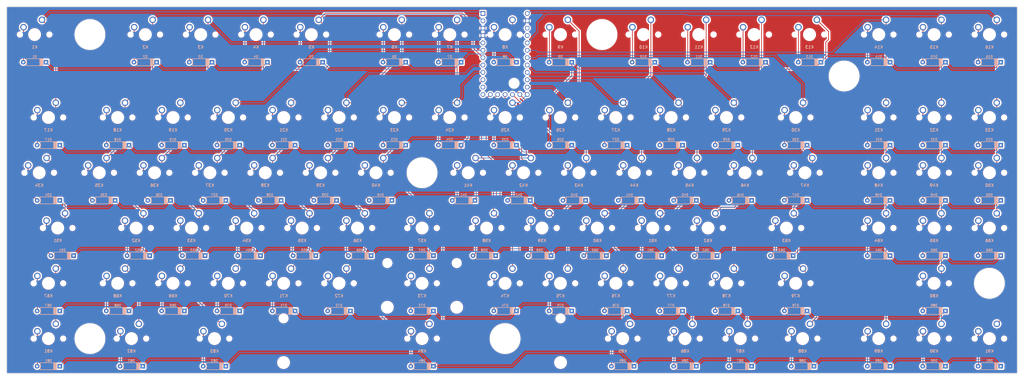
<source format=kicad_pcb>
(kicad_pcb (version 20221018) (generator pcbnew)
  (layers (0 "F.Cu" signal) (31 "B.Cu" signal) (34 "B.Paste" user) (35 "F.Paste" user) (36 "B.SilkS" user "B.Silkscreen") (37 "F.SilkS" user "F.Silkscreen") (38 "B.Mask" user) (39 "F.Mask" user) (44 "Edge.Cuts" user))
  (net 0 "")
  (net 1 "/col4")
  (net 2 "/col12")
  (net 3 "/col5")
  (net 4 "GND")
  (net 5 "/col9")
  (net 6 "/col11")
  (net 7 "/col6")
  (net 8 "/col14")
  (net 9 "/col13")
  (net 10 "/col7")
  (net 12 "/col2")
  (net 13 "/col10")
  (net 14 "/col15")
  (net 15 "/row1")
  (net 16 "/row0")
  (net 17 "/col8")
  (net 18 "/col0")
  (net 19 "/col3")
  (net 20 "/col1")
  (net 21 "/row5")
  (net 22 "/row4")
  (net 23 "/row3")
  (net 24 "/row2")
  (net 25 "+5V")
  (net 28 "Net-(D25-Pad2)")
  (net 29 "Net-(D46-Pad2)")
  (net 30 "Net-(D26-Pad2)")
  (net 31 "Net-(D27-Pad2)")
  (net 32 "Net-(D28-Pad2)")
  (net 33 "Net-(D29-Pad2)")
  (net 34 "Net-(D30-Pad2)")
  (net 35 "Net-(D31-Pad2)")
  (net 36 "Net-(D32-Pad2)")
  (net 37 "Net-(D33-Pad2)")
  (net 38 "Net-(D34-Pad2)")
  (net 39 "Net-(D35-Pad2)")
  (net 40 "Net-(D36-Pad2)")
  (net 41 "Net-(D37-Pad2)")
  (net 42 "Net-(D38-Pad2)")
  (net 43 "Net-(D39-Pad2)")
  (net 44 "Net-(D40-Pad2)")
  (net 45 "Net-(D41-Pad2)")
  (net 46 "Net-(D42-Pad2)")
  (net 47 "Net-(D43-Pad2)")
  (net 48 "Net-(D44-Pad2)")
  (net 49 "Net-(D45-Pad2)")
  (net 50 "Net-(D2-Pad2)")
  (net 51 "Net-(D13-Pad2)")
  (net 52 "Net-(D1-Pad2)")
  (net 53 "Net-(D3-Pad2)")
  (net 54 "Net-(D4-Pad2)")
  (net 55 "Net-(D5-Pad2)")
  (net 56 "Net-(D6-Pad2)")
  (net 57 "Net-(D7-Pad2)")
  (net 58 "Net-(D8-Pad2)")
  (net 59 "Net-(D9-Pad2)")
  (net 60 "Net-(D10-Pad2)")
  (net 61 "Net-(D11-Pad2)")
  (net 62 "Net-(D12-Pad2)")
  (net 63 "Net-(D24-Pad2)")
  (net 64 "Net-(D14-Pad2)")
  (net 65 "Net-(D15-Pad2)")
  (net 66 "Net-(D16-Pad2)")
  (net 67 "Net-(D17-Pad2)")
  (net 68 "Net-(D18-Pad2)")
  (net 69 "Net-(D19-Pad2)")
  (net 70 "Net-(D20-Pad2)")
  (net 71 "Net-(D21-Pad2)")
  (net 72 "Net-(D22-Pad2)")
  (net 73 "Net-(D23-Pad2)")
  (net 74 "Net-(D81-Pad2)")
  (net 75 "Net-(D70-Pad2)")
  (net 76 "Net-(D71-Pad2)")
  (net 77 "Net-(D72-Pad2)")
  (net 78 "Net-(D73-Pad2)")
  (net 79 "Net-(D74-Pad2)")
  (net 80 "Net-(D75-Pad2)")
  (net 81 "Net-(D76-Pad2)")
  (net 82 "Net-(D77-Pad2)")
  (net 83 "Net-(D78-Pad2)")
  (net 84 "Net-(D79-Pad2)")
  (net 85 "Net-(D80-Pad2)")
  (net 86 "Net-(D69-Pad2)")
  (net 87 "Net-(D82-Pad2)")
  (net 88 "Net-(D83-Pad2)")
  (net 89 "Net-(D84-Pad2)")
  (net 90 "Net-(D85-Pad2)")
  (net 91 "Net-(D86-Pad2)")
  (net 92 "Net-(D87-Pad2)")
  (net 93 "Net-(D88-Pad2)")
  (net 94 "Net-(D89-Pad2)")
  (net 95 "Net-(D90-Pad2)")
  (net 96 "Net-(D91-Pad2)")
  (net 97 "Net-(D58-Pad2)")
  (net 98 "Net-(D48-Pad2)")
  (net 99 "Net-(D49-Pad2)")
  (net 100 "Net-(D50-Pad2)")
  (net 101 "Net-(D51-Pad2)")
  (net 102 "Net-(D52-Pad2)")
  (net 103 "Net-(D53-Pad2)")
  (net 104 "Net-(D54-Pad2)")
  (net 105 "Net-(D55-Pad2)")
  (net 106 "Net-(D56-Pad2)")
  (net 107 "Net-(D57-Pad2)")
  (net 108 "Net-(D47-Pad2)")
  (net 109 "Net-(D59-Pad2)")
  (net 110 "Net-(D60-Pad2)")
  (net 111 "Net-(D61-Pad2)")
  (net 112 "Net-(D62-Pad2)")
  (net 113 "Net-(D63-Pad2)")
  (net 114 "Net-(D64-Pad2)")
  (net 115 "Net-(D65-Pad2)")
  (net 116 "Net-(D66-Pad2)")
  (net 117 "Net-(D67-Pad2)")
  (net 118 "Net-(D68-Pad2)")
  (footprint "keebs:Mx_ONLY_100_v1.1" (layer "F.Cu") (at 357.1875 76.2)
    (fp_text reference "K50")
    (fp_text value "SW_Push" hide)
  )
  (footprint "keebs:Mx_ONLY_100_v1.1" (layer "F.Cu") (at 319.0875 133.35)
    (fp_text reference "K89")
    (fp_text value "SW_Push" hide)
  )
  (footprint "keebs:Mx_Alps_150" (layer "F.Cu") (at 33.3375 133.35)
    (fp_text reference "K81")
    (fp_text value "SW_Push" hide)
  )
  (footprint "keebs:D_SOD123_noSM_v1.0" (layer "F.Cu") (at 209.55 123.825 180)
    (fp_text reference "D75")
    (fp_text value "1N4148" hide)
  )
  (footprint "keebs:Mx_ONLY_100_v1.1" (layer "F.Cu") (at 276.225 28.575)
    (fp_text reference "K12")
    (fp_text value "SW_Push" hide)
  )
  (footprint "keebs:D_SOD123_noSM_v1.0" (layer "F.Cu") (at 76.2 123.825 180)
    (fp_text reference "D69")
    (fp_text value "1N4148" hide)
  )
  (footprint "keebs:D_SOD123_noSM_v1.0" (layer "F.Cu") (at 357.1875 85.725 180)
    (fp_text reference "D50")
    (fp_text value "1N4148" hide)
  )
  (footprint "keebs:D_SOD123_noSM_v1.0" (layer "F.Cu") (at 95.25 66.675 180)
    (fp_text reference "D20")
    (fp_text value "1N4148" hide)
  )
  (footprint "keebs:Mx_ONLY_100_v1.1" (layer "F.Cu") (at 295.275 28.575)
    (fp_text reference "K13")
    (fp_text value "SW_Push" hide)
  )
  (footprint "keebs:D_SOD123_noSM_v1.0" (layer "F.Cu") (at 202.40625 104.775 180)
    (fp_text reference "D59")
    (fp_text value "1N4148" hide)
  )
  (footprint "keebs:Mx_ONLY_100_v1.1" (layer "F.Cu") (at 127 76.2)
    (fp_text reference "K39")
    (fp_text value "SW_Push" hide)
  )
  (footprint "keebs:Elite-CV4-v1.0" (layer "F.Cu") (at 190.5 35.27 -90)
    (fp_text reference "U1")
    (fp_text value "Elite_C_V4")
  )
  (footprint "keebs:Mx_ONLY_100_v1.1" (layer "F.Cu") (at 319.0875 76.2)
    (fp_text reference "K48")
    (fp_text value "SW_Push" hide)
  )
  (footprint "keebs:D_SOD123_noSM_v1.0" (layer "F.Cu") (at 209.55 38.1 180)
    (fp_text reference "D9")
    (fp_text value "1N4148" hide)
  )
  (footprint "keebs:Mx_ONLY_100_v1.1" (layer "F.Cu") (at 338.1375 133.35)
    (fp_text reference "K90")
    (fp_text value "SW_Push" hide)
  )
  (footprint "keebs:D_SOD123_noSM_v1.0" (layer "F.Cu") (at 357.1875 38.1 180)
    (fp_text reference "D16")
    (fp_text value "1N4148" hide)
  )
  (footprint "keebs:D_SOD123_noSM_v1.0" (layer "F.Cu") (at 152.4 66.675 180)
    (fp_text reference "D23")
    (fp_text value "1N4148" hide)
  )
  (footprint "keebs:D_SOD123_noSM_v1.0" (layer "F.Cu") (at 171.45 38.1 180)
    (fp_text reference "D7")
    (fp_text value "1N4148" hide)
  )
  (footprint "keebs:Mx_ONLY_100_v1.1" (layer "F.Cu") (at 257.175 28.575)
    (fp_text reference "K11")
    (fp_text value "SW_Push" hide)
  )
  (footprint "keebs:Mx_Alps_125" (layer "F.Cu") (at 230.98125 133.35)
    (fp_text reference "K85")
    (fp_text value "SW_Push" hide)
  )
  (footprint "keebs:D_SOD123_noSM_v1.0" (layer "F.Cu") (at 133.35 66.675 180)
    (fp_text reference "D22")
    (fp_text value "1N4148" hide)
  )
  (footprint "keebs:Mx_Alps_125" (layer "F.Cu") (at 161.925 95.25)
    (fp_text reference "K57")
    (fp_text value "SW_Push" hide)
  )
  (footprint "keebs:D_SOD123_noSM_v1.0" (layer "F.Cu") (at 140.49375 104.775 180)
    (fp_text reference "D56")
    (fp_text value "1N4148" hide)
  )
  (footprint "keebs:Mx_ONLY_100_v1.1" (layer "F.Cu") (at 293.6875 76.2)
    (fp_text reference "K47")
    (fp_text value "SW_Push" hide)
  )
  (footprint "keebs:D_SOD123_noSM_v1.0" (layer "F.Cu") (at 171.45 66.675 180)
    (fp_text reference "D24")
    (fp_text value "1N4148" hide)
  )
  (footprint "keebs:Mx_ONLY_100_v1.1" (layer "F.Cu") (at 50.8 76.2)
    (fp_text reference "K35")
    (fp_text value "SW_Push" hide)
  )
  (footprint "keebs:D_SOD123_noSM_v1.0" (layer "F.Cu") (at 33.3375 85.725 180)
    (fp_text reference "D34")
    (fp_text value "1N4148" hide)
  )
  (footprint "keebs:D_SOD123_noSM_v1.0" (layer "F.Cu") (at 233.3625 85.725 180)
    (fp_text reference "D44")
    (fp_text value "1N4148" hide)
  )
  (footprint "keebs:D_SOD123_noSM_v1.0" (layer "F.Cu") (at 161.925 123.825 180)
    (fp_text reference "D73")
    (fp_text value "1N4148" hide)
  )
  (footprint "keebs:Mx_ONLY_100_v1.1" (layer "F.Cu") (at 177.8 76.2)
    (fp_text reference "K41")
    (fp_text value "SW_Push" hide)
  )
  (footprint "keebs:Mx_ONLY_100_v1.1" (layer "F.Cu") (at 247.65 57.15)
    (fp_text reference "K28")
    (fp_text value "SW_Push" hide)
  )
  (footprint "keebs:D_SOD123_noSM_v1.0" (layer "F.Cu") (at 102.39375 104.775 180)
    (fp_text reference "D54")
    (fp_text value "1N4148" hide)
  )
  (footprint "keebs:D_SOD123_noSM_v1.0" (layer "F.Cu") (at 90.4875 142.875 180)
    (fp_text reference "D83")
    (fp_text value "1N4148" hide)
  )
  (footprint "keebs:D_SOD123_noSM_v1.0" (layer "F.Cu") (at 57.15 123.825 180)
    (fp_text reference "D68")
    (fp_text value "1N4148" hide)
  )
  (footprint "keebs:Mx_ONLY_100_v1.1" (layer "F.Cu") (at 104.775 28.575)
    (fp_text reference "K4")
    (fp_text value "SW_Push" hide)
  )
  (footprint "keebs:Mx_ONLY_100_v1.1" (layer "F.Cu") (at 247.65 114.3)
    (fp_text reference "K77")
    (fp_text value "SW_Push" hide)
  )
  (footprint "keebs:D_SOD123_noSM_v1.0" (layer "F.Cu") (at 161.925 142.875 180)
    (fp_text reference "D84")
    (fp_text value "1N4148" hide)
  )
  (footprint "keebs:Mx_ONLY_100_v1.1" (layer "F.Cu") (at 273.05 76.2)
    (fp_text reference "K46")
    (fp_text value "SW_Push" hide)
  )
  (footprint "keebs:D_SOD123_noSM_v1.0" (layer "F.Cu") (at 214.3125 85.725 180)
    (fp_text reference "D43")
    (fp_text value "1N4148" hide)
  )
  (footprint "keebs:Mx_ONLY_100_v1.1" (layer "F.Cu") (at 76.2 114.3)
    (fp_text reference "K69")
    (fp_text value "SW_Push" hide)
  )
  (footprint "keebs:Mx_ONLY_100_v1.1" (layer "F.Cu") (at 234.95 76.2)
    (fp_text reference "K44")
    (fp_text value "SW_Push" hide)
  )
  (footprint "keebs:D_SOD123_noSM_v1.0" (layer "F.Cu") (at 221.45625 104.775 180)
    (fp_text reference "D60")
    (fp_text value "1N4148" hide)
  )
  (footprint "keebs:D_SOD123_noSM_v1.0" (layer "F.Cu") (at 114.3 66.675 180)
    (fp_text reference "D21")
    (fp_text value "1N4148" hide)
  )
  (footprint "keebs:Mx_Alps_200" (layer "F.Cu") (at 161.925 114.3)
    (fp_text reference "K73")
    (fp_text value "SW_Push" hide)
  )
  (footprint "keebs:Mx_ONLY_100_v1.1" (layer "F.Cu") (at 338.1375 114.3)
    (fp_text reference "K80")
    (fp_text value "SW_Push" hide)
  )
  (footprint "keebs:Mx_Alps_150" (layer "F.Cu") (at 33.3375 114.3)
    (fp_text reference "K67")
    (fp_text value "SW_Push" hide)
  )
  (footprint "keebs:Mx_ONLY_100_v1.1" (layer "F.Cu") (at 107.95 76.2)
    (fp_text reference "K38")
    (fp_text value "SW_Push" hide)
  )
  (footprint "keebs:Mx_ONLY_100_v1.1" (layer "F.Cu") (at 241.3 95.25)
    (fp_text reference "K61")
    (fp_text value "SW_Push" hide)
  )
  (footprint "keebs:D_SOD123_noSM_v1.0" (layer "F.Cu") (at 52.3875 85.725 180)
    (fp_text reference "D35")
    (fp_text value "1N4148" hide)
  )
  (footprint "keebs:Mx_ONLY_100_v1.1" (layer "F.Cu") (at 209.55 28.575)
    (fp_text reference "K9")
    (fp_text value "SW_Push" hide)
  )
  (footprint "keebs:Mx_ONLY_100_v1.1" (layer "F.Cu") (at 133.35 114.3)
    (fp_text reference "K72")
    (fp_text value "SW_Push" hide)
  )
  (footprint "keebs:D_SOD123_noSM_v1.0" (layer "F.Cu") (at 319.0875 66.675 180)
    (fp_text reference "D31")
    (fp_text value "1N4148" hide)
  )
  (footprint "keebs:D_SOD123_noSM_v1.0" (layer "F.Cu") (at 319.0875 104.775 180)
    (fp_text reference "D64")
    (fp_text value "1N4148" hide)
  )
  (footprint "keebs:Mx_ONLY_100_v1.1" (layer "F.Cu") (at 95.25 114.3)
    (fp_text reference "K70")
    (fp_text value "SW_Push" hide)
  )
  (footprint "keebs:Mx_ONLY_100_v1.1" (layer "F.Cu") (at 139.7 95.25)
    (fp_text reference "K56")
    (fp_text value "SW_Push" hide)
  )
  (footprint "keebs:D_SOD123_noSM_v1.0" (layer "F.Cu") (at 61.9125 142.875 180)
    (fp_text reference "D82")
    (fp_text value "1N4148" hide)
  )
  (footprint "keebs:Mx_Alps_150" (layer "F.Cu") (at 61.9125 133.35)
    (fp_text reference "K82")
    (fp_text value "SW_Push" hide)
  )
  (footprint "keebs:D_SOD123_noSM_v1.0" (layer "F.Cu") (at 266.7 66.675 180)
    (fp_text reference "D29")
    (fp_text value "1N4148" hide)
  )
  (footprint "keebs:D_SOD123_noSM_v1.0" (layer "F.Cu") (at 357.1875 104.775 180)
    (fp_text reference "D66")
    (fp_text value "1N4148" hide)
  )
  (footprint "keebs:Mx_ONLY_100_v1.1" (layer "F.Cu") (at 76.2 57.15)
    (fp_text reference "K19")
    (fp_text value "SW_Push" hide)
  )
  (footprint "keebs:Mx_ONLY_100_v1.1" (layer "F.Cu") (at 36.5125 95.25)
    (fp_text reference "K51")
    (fp_text value "SW_Push" hide)
  )
  (footprint "keebs:D_SOD123_noSM_v1.0" (layer "F.Cu") (at 290.5125 66.675 180)
    (fp_text reference "D30")
    (fp_text value "1N4148" hide)
  )
  (footprint "keebs:Mx_ONLY_100_v1.1" (layer "F.Cu") (at 357.1875 28.575)
    (fp_text reference "K16")
    (fp_text value "SW_Push" hide)
  )
  (footprint "keebs:D_SOD123_noSM_v1.0" (layer "F.Cu") (at 114.3 123.825 180)
    (fp_text reference "D71")
    (fp_text value "1N4148" hide)
  )
  (footprint "keebs:D_SOD123_noSM_v1.0" (layer "F.Cu") (at 128.5875 85.725 180)
    (fp_text reference "D39")
    (fp_text value "1N4148" hide)
  )
  (footprint "keebs:D_SOD123_noSM_v1.0" (layer "F.Cu") (at 83.34375 104.775 180)
    (fp_text reference "D53")
    (fp_text value "1N4148" hide)
  )
  (footprint "keebs:Mx_ONLY_100_v1.1" (layer "F.Cu") (at 215.9 76.2)
    (fp_text reference "K43")
    (fp_text value "SW_Push" hide)
  )
  (footprint "keebs:D_SOD123_noSM_v1.0" (layer "F.Cu") (at 90.4875 85.725 180)
    (fp_text reference "D37")
    (fp_text value "1N4148" hide)
  )
  (footprint "keebs:Mx_ONLY_100_v1.1" (layer "F.Cu") (at 222.25 95.25)
    (fp_text reference "K60")
    (fp_text value "SW_Push" hide)
  )
  (footprint "keebs:Mx_ONLY_100_v1.1" (layer "F.Cu") (at 357.1875 133.35)
    (fp_text reference "K91")
    (fp_text value "SW_Push" hide)
  )
  (footprint "keebs:D_SOD123_noSM_v1.0" (layer "F.Cu") (at 259.55625 104.775 180)
    (fp_text reference "D62")
    (fp_text value "1N4148" hide)
  )
  (footprint "keebs:Mx_ONLY_100_v1.1" (layer "F.Cu") (at 287.3375 95.25)
    (fp_text reference "K63")
    (fp_text value "SW_Push" hide)
  )
  (footprint "keebs:D_SOD123_noSM_v1.0" (layer "F.Cu") (at 338.1375 142.875 180)
    (fp_text reference "D90")
    (fp_text value "1N4148" hide)
  )
  (footprint "keebs:Mx_ONLY_100_v1.1" (layer "F.Cu") (at 319.0875 95.25)
    (fp_text reference "K64")
    (fp_text value "SW_Push" hide)
  )
  (footprint "keebs:Mx_ONLY_100_v1.1" (layer "F.Cu") (at 209.55 57.15)
    (fp_text reference "K26")
    (fp_text value "SW_Push" hide)
  )
  (footprint "keebs:Mx_Alps_150" (layer "F.Cu") (at 90.4875 133.35)
    (fp_text reference "K83")
    (fp_text value "SW_Push" hide)
  )
  (footprint "keebs:D_SOD123_noSM_v1.0" (layer "F.Cu") (at 190.5 66.675 180)
    (fp_text reference "D25")
    (fp_text value "1N4148" hide)
  )
  (footprint "keebs:Mx_ONLY_100_v1.1" (layer "F.Cu") (at 190.5 57.15)
    (fp_text reference "K25")
    (fp_text value "SW_Push" hide)
  )
  (footprint "keebs:D_SOD123_noSM_v1.0" (layer "F.Cu") (at 195.2625 85.725 180)
    (fp_text reference "D42")
    (fp_text value "1N4148" hide)
  )
  (footprint "keebs:D_SOD123_noSM_v1.0" (layer "F.Cu") (at 121.44375 104.775 180)
    (fp_text reference "D55")
    (fp_text value "1N4148" hide)
  )
  (footprint "keebs:Mx_ONLY_100_v1.1" (layer "F.Cu") (at 266.7 114.3)
    (fp_text reference "K78")
    (fp_text value "SW_Push" hide)
  )
  (footprint "keebs:Mx_ONLY_100_v1.1" (layer "F.Cu") (at 114.3 114.3)
    (fp_text reference "K71")
    (fp_text value "SW_Push" hide)
  )
  (footprint "keebs:D_SOD123_noSM_v1.0" (layer "F.Cu") (at 292.89375 142.875 180)
    (fp_text reference "D88")
    (fp_text value "1N4148" hide)
  )
  (footprint "keebs:D_SOD123_noSM_v1.0" (layer "F.Cu") (at 338.1375 85.725 180)
    (fp_text reference "D49")
    (fp_text value "1N4148" hide)
  )
  (footprint "keebs:Mx_ONLY_100_v1.1" (layer "F.Cu") (at 260.35 95.25)
    (fp_text reference "K62")
    (fp_text value "SW_Push" hide)
  )
  (footprint "keebs:D_SOD123_noSM_v1.0" (layer "F.Cu") (at 290.5125 85.725 180)
    (fp_text reference "D47")
    (fp_text value "1N4148" hide)
  )
  (footprint "keebs:Mx_ONLY_100_v1.1" (layer "F.Cu") (at 190.5 114.3)
    (fp_text reference "K74")
    (fp_text value "SW_Push" hide)
  )
  (footprint "keebs:Mx_ONLY_100_v1.1" (layer "F.Cu") (at 88.9 76.2)
    (fp_text reference "K37")
    (fp_text value "SW_Push" hide)
  )
  (footprint "keebs:D_SOD123_noSM_v1.0" (layer "F.Cu") (at 319.0875 38.1 180)
    (fp_text reference "D14")
    (fp_text value "1N4148" hide)
  )
  (footprint "keebs:D_SOD123_noSM_v1.0" (layer "F.Cu") (at 238.125 38.1 180)
    (fp_text reference "D10")
    (fp_text value "1N4148" hide)
  )
  (footprint "keebs:Mx_Alps_150" (layer "F.Cu") (at 290.5125 57.15)
    (fp_text reference "K30")
    (fp_text value "SW_Push" hide)
  )
  (footprint "keebs:D_SOD123_noSM_v1.0" (layer "F.Cu") (at 71.4375 85.725 180)
    (fp_text reference "D36")
    (fp_text value "1N4148" hide)
  )
  (footprint "keebs:Mx_ONLY_100_v1.1" (layer "F.Cu") (at 190.5 28.575)
    (fp_text reference "K8")
    (fp_text value "SW_Push" hide)
  )
  (footprint "keebs:D_SOD123_noSM_v1.0" (layer "F.Cu") (at 271.4625 85.725 180)
    (fp_text reference "D46")
    (fp_text value "1N4148" hide)
  )
  (footprint "keebs:D_SOD123_noSM_v1.0" (layer "F.Cu") (at 33.3375 123.825 180)
    (fp_text reference "D67")
    (fp_text value "1N4148" hide)
  )
  (footprint "keebs:Mx_ONLY_100_v1.1" (layer "F.Cu") (at 196.85 76.2)
    (fp_text reference "K42")
    (fp_text value "SW_Push" hide)
  )
  (footprint "keebs:D_SOD123_noSM_v1.0" (layer "F.Cu") (at 176.2125 85.725 180)
    (fp_text reference "D41")
    (fp_text value "1N4148" hide)
  )
  (footprint "keebs:D_SOD123_noSM_v1.0" (layer "F.Cu") (at 271.4625 142.875 180)
    (fp_text reference "D87")
    (fp_text value "1N4148" hide)
  )
  (footprint "keebs:D_SOD123_noSM_v1.0" (layer "F.Cu") (at 123.825 38.1 180)
    (fp_text reference "D5")
    (fp_text value "1N4148" hide)
  )
  (footprint "keebs:D_SOD123_noSM_v1.0" (layer "F.Cu") (at 319.0875 85.725 180)
    (fp_text reference "D48")
    (fp_text value "1N4148" hide)
  )
  (footprint "keebs:Mx_ONLY_100_v1.1" (layer "F.Cu") (at 95.25 57.15)
    (fp_text reference "K20")
    (fp_text value "SW_Push" hide)
  )
  (footprint "keebs:D_SOD123_noSM_v1.0" (layer "F.Cu") (at 28.575 38.1 180)
    (fp_text reference "D1")
    (fp_text value "1N4148" hide)
  )
  (footprint "keebs:D_SOD123_noSM_v1.0" (layer "F.Cu") (at 247.65 123.825 180)
    (fp_text reference "D77")
    (fp_text value "1N4148" hide)
  )
  (footprint "keebs:Mx_ONLY_100_v1.1" (layer "F.Cu") (at 252.4125 133.35)
    (fp_text reference "K86")
    (fp_text value "SW_Push" hide)
  )
  (footprint "keebs:D_SOD123_noSM_v1.0" (layer "F.Cu") (at 57.15 66.675 180)
    (fp_text reference "D18")
    (fp_text value "1N4148" hide)
  )
  (footprint "keebs:Mx_ONLY_100_v1.1" (layer "F.Cu") (at 271.4625 133.35)
    (fp_text reference "K87")
    (fp_text value "SW_Push" hide)
  )
  (footprint "keebs:Mx_ONLY_100_v1.1" (layer "F.Cu") (at 228.6 57.15)
    (fp_text reference "K27")
    (fp_text value "SW_Push" hide)
  )
  (footprint "keebs:D_SOD123_noSM_v1.0" (layer "F.Cu") (at 276.225 38.1 180)
    (fp_text reference "D12")
    (fp_text value "1N4148" hide)
  )
  (footprint "keebs:D_SOD123_noSM_v1.0" (layer "F.Cu") (at 104.775 38.1 180)
    (fp_text reference "D4")
    (fp_text value "1N4148" hide)
  )
  (footprint "keebs:Mx_ONLY_100_v1.1" (layer "F.Cu") (at 338.1375 76.2)
    (fp_text reference "K49")
    (fp_text value "SW_Push" hide)
  )
  (footprint "keebs:D_SOD123_noSM_v1.0" (layer "F.Cu") (at 183.35625 104.775 180)
    (fp_text reference "D58")
    (fp_text value "1N4148" hide)
  )
  (footprint "keebs:Mx_ONLY_100_v1.1" (layer "F.Cu") (at 338.1375 28.575)
    (fp_text reference "K15")
    (fp_text value "SW_Push" hide)
  )
  (footprint "keebs:Mx_ONLY_100_v1.1" (layer "F.Cu") (at 114.3 57.15)
    (fp_text reference "K21")
    (fp_text value "SW_Push" hide)
  )
  (footprint "keebs:Mx_ONLY_100_v1.1" (layer "F.Cu") (at 82.55 95.25)
    (fp_text reference "K53")
    (fp_text value "SW_Push" hide)
  )
  (footprint "keebs:Mx_ONLY_100_v1.1" (layer "F.Cu") (at 69.85 76.2)
    (fp_text reference "K36")
    (fp_text value "SW_Push" hide)
  )
  (footprint "keebs:Mx_Alps_150" (layer "F.Cu") (at 33.3375 57.15)
    (fp_text reference "K17")
    (fp_text value "SW_Push" hide)
  )
  (footprint "keebs:Mx_ONLY_100_v1.1" (layer "F.Cu") (at 357.1875 95.25)
    (fp_text reference "K66")
    (fp_text value "SW_Push" hide)
  )
  (footprint "keebs:D_SOD123_noSM_v1.0" (layer "F.Cu") (at 357.1875 142.875 180)
    (fp_text reference "D91")
    (fp_text value "1N4148" hide)
  )
  (footprint "keebs:Mx_ONLY_100_v1.1" (layer "F.Cu") (at 254 76.2)
    (fp_text reference "K45")
    (fp_text value "SW_Push" hide)
  )
  (footprint "keebs:D_SOD123_noSM_v1.0" (layer "F.Cu") (at 357.1875 66.675 180)
    (fp_text reference "D33")
    (fp_text value "1N4148" hide)
  )
  (footprint "keebs:Mx_ONLY_100_v1.1" (layer "F.Cu") (at 357.1875 57.15)
    (fp_text reference "K33")
    (fp_text value "SW_Push" hide)
  )
  (footprint "keebs:D_SOD123_noSM_v1.0" (layer "F.Cu") (at 228.6 123.825 180)
    (fp_text reference "D76")
    (fp_text value "1N4148" hide)
  )
  (footprint "keebs:Mx_ONLY_100_v1.1" (layer "F.Cu") (at 319.0875 28.575)
    (fp_text reference "K14")
    (fp_text value "SW_Push" hide)
  )
  (footprint "keebs:Mx_ONLY_100_v1.1" (layer "F.Cu") (at 85.725 28.575)
    (fp_text reference "K3")
    (fp_text value "SW_Push" hide)
  )
  (footprint "keebs:D_SOD123_noSM_v1.0" (layer "F.Cu") (at 209.55 66.675 180)
    (fp_text reference "D26")
    (fp_text value "1N4148" hide)
  )
  (footprint "keebs:D_SOD123_noSM_v1.0" (layer "F.Cu") (at 76.2 66.675 180)
    (fp_text reference "D19")
    (fp_text value "1N4148" hide)
  )
  (footprint "keebs:D_SOD123_noSM_v1.0" (layer "F.Cu") (at 64.29375 104.775 180)
    (fp_text reference "D52")
    (fp_text value "1N4148" hide)
  )
  (footprint "keebs:D_SOD123_noSM_v1.0" (layer "F.Cu") (at 109.5375 85.725 180)
    (fp_text reference "D38")
    (fp_text value "1N4148" hide)
  )
  (footprint "keebs:D_SOD123_noSM_v1.0" (layer "F.Cu") (at 230.98125 142.875 180)
    (fp_text reference "D85")
    (fp_text value "1N4148" hide)
  )
  (footprint "keebs:D_SOD123_noSM_v1.0" (layer "F.Cu") (at 338.1375 38.1 180)
    (fp_text reference "D15")
    (fp_text value "1N4148" hide)
  )
  (footprint "keebs:Mx_ONLY_100_v1.1" (layer "F.Cu") (at 319.0875 57.15)
    (fp_text reference "K31")
    (fp_text value "SW_Push" hide)
  )
  (footprint "keebs:Mx_ONLY_100_v1.1" (layer "F.Cu") (at 266.7 57.15)
    (fp_text reference "K29")
    (fp_text value "SW_Push" hide)
  )
  (footprint "keebs:D_SOD123_noSM_v1.0" (layer "F.Cu") (at 252.4125 85.725 180)
    (fp_text reference "D45")
    (fp_text value "1N4148" hide)
  )
  (footprint "keebs:Mx_Alps_125" (layer "F.Cu") (at 292.89375 133.35)
    (fp_text reference "K88")
    (fp_text value "SW_Push" hide)
  )
  (footprint "keebs:Mx_ONLY_100_v1.1" (layer "F.Cu") (at 209.55 114.3)
    (fp_text reference "K75")
    (fp_text value "SW_Push" hide)
  )
  (footprint "keebs:D_SOD123_noSM_v1.0" (layer "F.Cu") (at 95.25 123.825 180)
    (fp_text reference "D70")
    (fp_text value "1N4148" hide)
  )
  (footprint "keebs:D_SOD123_noSM_v1.0" (layer "F.Cu") (at 33.3375 66.675 180)
    (fp_text reference "D17")
    (fp_text value "1N4148" hide)
  )
  (footprint "keebs:Mx_ONLY_100_v1.1" (layer "F.Cu") (at 133.35 57.15)
    (fp_text reference "K22")
    (fp_text value "SW_Push" hide)
  )
  (footprint "keebs:D_SOD123_noSM_v1.0" (layer "F.Cu") (at 33.3375 142.875 180)
    (fp_text reference "D81")
    (fp_text value "1N4148" hide)
  )
  (footprint "keebs:D_SOD123_noSM_v1.0" (layer "F.Cu") (at 247.65 66.675 180)
    (fp_text reference "D28")
    (fp_text value "1N4148" hide)
  )
  (footprint "keebs:D_SOD123_noSM_v1.0" (layer "F.Cu") (at 319.0875 142.875 180)
    (fp_text reference "D89")
    (fp_text value "1N4148" hide)
  )
  (footprint "keebs:Mx_ONLY_100_v1.1" (layer "F.Cu") (at 30.1625 76.2)
    (fp_text reference "K34")
    (fp_text value "SW_Push" hide)
  )
  (footprint "keebs:Mx_ONLY_100_v1.1" (layer "F.Cu") (at 338.1375 57.15)
    (fp_text reference "K32")
    (fp_text value "SW_Push" hide)
  )
  (footprint "keebs:Mx_ONLY_100_v1.1" (layer "F.Cu") (at 63.5 95.25)
    (fp_text reference "K52")
    (fp_text value "SW_Push" hide)
  )
  (footprint "keebs:D_SOD123_noSM_v1.0" (layer "F.Cu") (at 161.925 104.775 180)
    (fp_text reference "D57")
    (fp_text value "1N4148" hide)
  )
  (footprint "keebs:D_SOD123_noSM_v1.0" (layer "F.Cu") (at 66.675 38.1 180)
    (fp_text reference "D2")
    (fp_text value "1N4148" hide)
  )
  (footprint "keebs:Mx_ONLY_100_v1.1" (layer "F.Cu") (at 184.15 95.25)
    (fp_text reference "K58")
    (fp_text value "SW_Push" hide)
  )
  (footprint "keebs:D_SOD123_noSM_v1.0" (layer "F.Cu") (at 252.4125 142.875 180)
    (fp_text reference "D86")
    (fp_text value "1N4148" hide)
  )
  (footprint "keebs:D_SOD123_noSM_v1.0" (layer "F.Cu") (at 152.4 38.1 180)
    (fp_text reference "D6")
    (fp_text value "1N4148" hide)
  )
  (footprint "keebs:Mx_Alps_600" (layer "F.Cu") (at 161.925 133.35)
    (fp_text reference "K84")
    (fp_text value "SW_Push" hide)
  )
  (footprint "keebs:D_SOD123_noSM_v1.0" (layer "F.Cu") (at 190.5 123.825 180)
    (fp_text reference "D74")
    (fp_text value "1N4148" hide)
  )
  (footprint "keebs:Mx_ONLY_100_v1.1" (layer "F.Cu") (at 57.15 114.3)
    (fp_text reference "K68")
    (fp_text value "SW_Push" hide)
  )
  (footprint "keebs:D_SOD123_noSM_v1.0" (layer "F.Cu") (at 295.275 38.1 180)
    (fp_text reference "D13")
    (fp_text value "1N4148" hide)
  )
  (footprint "keebs:D_SOD123_noSM_v1.0" (layer "F.Cu") (at 38.1 104.775 180)
    (fp_text reference "D51")
    (fp_text value "1N4148" hide)
  )
  (footprint "keebs:Mx_ONLY_100_v1.1" (layer "F.Cu") (at 171.45 28.575)
    (fp_text reference "K7")
    (fp_text value "SW_Push" hide)
  )
  (footprint "keebs:D_SOD123_noSM_v1.0" (layer "F.Cu") (at 285.75 104.775 180)
    (fp_text reference "D63")
    (fp_text value "1N4148" hide)
  )
  (footprint "keebs:Mx_ONLY_100_v1.1" (layer "F.Cu") (at 203.2 95.25)
    (fp_text reference "K59")
    (fp_text value "SW_Push" hide)
  )
  (footprint "keebs:D_SOD123_noSM_v1.0" (layer "F.Cu") (at 228.6 66.675 180)
    (fp_text reference "D27")
    (fp_text value "1N4148" hide)
  )
  (footprint "keebs:Mx_ONLY_100_v1.1" (layer "F.Cu") (at 171.45 57.15)
    (fp_text reference "K24")
    (fp_text value "SW_Push" hide)
  )
  (footprint "keebs:Mx_ONLY_100_v1.1" (layer "F.Cu") (at 238.125 28.575)
    (fp_text reference "K10")
    (fp_text value "SW_Push" hide)
  )
  (footprint "keebs:D_SOD123_noSM_v1.0" (layer "F.Cu") (at 85.725 38.1 180)
    (fp_text reference "D3")
    (fp_text value "1N4148" hide)
  )
  (footprint "keebs:D_SOD123_noSM_v1.0" (layer "F.Cu") (at 338.1375 66.675 180)
    (fp_text reference "D32")
    (fp_text value "1N4148" hide)
  )
  (footprint "keebs:D_SOD123_noSM_v1.0" (layer "F.Cu") (at 133.35 123.825 180)
    (fp_text reference "D72")
    (fp_text value "1N4148" hide)
  )
  (footprint "keebs:Mx_ONLY_100_v1.1" (layer "F.Cu") (at 338.1375 95.25)
    (fp_text reference "K65")
    (fp_text value "SW_Push" hide)
  )
  (footprint "keebs:D_SOD123_noSM_v1.0" (layer "F.Cu") (at 266.7 123.825 180)
    (fp_text reference "D78")
    (fp_text value "1N4148" hide)
  )
  (footprint "keebs:Mx_ONLY_100_v1.1" (layer "F.Cu") (at 123.825 28.575)
    (fp_text reference "K5")
    (fp_text value "SW_Push" hide)
  )
  (footprint "keebs:D_SOD123_noSM_v1.0" (layer "F.Cu") (at 240.50625 104.775 180)
    (fp_text reference "D61")
    (fp_text value "1N4148" hide)
  )
  (footprint "keebs:Mx_ONLY_100_v1.1" (layer "F.Cu") (at 57.15 57.15)
    (fp_text reference "K18")
    (fp_text value "SW_Push" hide)
  )
  (footprint "keebs:Mx_ONLY_100_v1.1" (layer "F.Cu") (at 66.675 28.575)
    (fp_text reference "K2")
    (fp_text value "SW_Push" hide)
  )
  (footprint "keebs:D_SOD123_noSM_v1.0" (layer "F.Cu") (at 338.1375 104.775 180)
    (fp_text reference "D65")
    (fp_text value "1N4148" hide)
  )
  (footprint "keebs:Mx_ONLY_100_v1.1" (layer "F.Cu") (at 228.6 114.3)
    (fp_text reference "K76")
    (fp_text value "SW_Push" hide)
  )
  (footprint "keebs:D_SOD123_noSM_v1.0" (layer "F.Cu") (at 290.5125 123.825 180)
    (fp_text reference "D79")
    (fp_text value "1N4148" hide)
  )
  (footprint "keebs:Mx_ONLY_100_v1.1" (layer "F.Cu") (at 120.65 95.25)
    (fp_text reference "K55")
    (fp_text value "SW_Push" hide)
  )
  (footprint "keebs:D_SOD123_noSM_v1.0" (layer "F.Cu") (at 257.175 38.1 180)
    (fp_text reference "D11")
    (fp_text value "1N4148" hide)
  )
  (footprint "keebs:Mx_ONLY_100_v1.1" (layer "F.Cu") (at 146.05 76.2)
    (fp_text reference "K40")
    (fp_text value "SW_Push" hide)
  )
  (footprint "keebs:D_SOD123_noSM_v1.0" (layer "F.Cu") (at 338.1375 123.825 180)
    (fp_text reference "D80")
    (fp_text value "1N4148" hide)
  )
  (footprint "keebs:D_SOD123_noSM_v1.0" (layer "F.Cu") (at 147.6375 85.725 180)
    (fp_text reference "D40")
    (fp_text value "1N4148" hide)
  )
  (footprint "keebs:Mx_ONLY_100_v1.1" (layer "F.Cu") (at 152.4 57.15)
    (fp_text reference "K23")
    (fp_text value "SW_Push" hide)
  )
  (footprint "keebs:Mx_ONLY_100_v1.1" (layer "F.Cu") (at 152.4 28.575)
    (fp_text reference "K6")
    (fp_text value "SW_Push" hide)
  )
  (footprint "keebs:Mx_Alps_150" (layer "F.Cu") (at 290.5125 114.3)
    (fp_text reference "K79")
    (fp_text value "SW_Push" hide)
  )
  (footprint "keebs:Mx_ONLY_100_v1.1" (layer "F.Cu") (at 101.6 95.25)
    (fp_text reference "K54")
    (fp_text value "SW_Push" hide)
  )
  (footprint "keebs:Mx_ONLY_100_v1.1" (layer "F.Cu") (at 28.575 28.575)
    (fp_text reference "K1")
    (fp_text value "SW_Push" hide)
  )
  (footprint "keebs:D_SOD123_noSM_v1.0" (layer "F.Cu") (at 190.5 38.1 180)
    (fp_text reference "D8")
    (fp_text value "1N4148" hide)
  )
  (gr_circle (center 193.6 45.371596) (end 195.2 44.371596) (stroke (width 0.1)) (fill none) (layer "Edge.Cuts"))
  (gr_circle (center 47.625 28.575) (end 52.3875 30.95625) (stroke (width 0.1)) (fill none) (layer "Edge.Cuts"))
  (gr_circle (center 190.5 133.35) (end 195.2625 135.73125) (stroke (width 0.1)) (fill none) (layer "Edge.Cuts"))
  (gr_circle (center 357.1875 114.3) (end 359.56875 119.0625) (stroke (width 0.1)) (fill none) (layer "Edge.Cuts"))
  (gr_circle (center 223.8375 28.575) (end 226.21875 33.3375) (stroke (width 0.1)) (fill none) (layer "Edge.Cuts"))
  (gr_line (start 19.05 145.25625) (end 19.05 19.05) (stroke (width 0.1)) (layer "Edge.Cuts"))
  (gr_circle (center 307.18125 42.8625) (end 311.94375 45.24375) (stroke (width 0.1)) (fill none) (layer "Edge.Cuts"))
  (gr_line (start 366.7125 19.05) (end 366.7125 145.25625) (stroke (width 0.1)) (layer "Edge.Cuts"))
  (gr_line (start 366.7125 145.25625) (end 19.05 145.25625) (stroke (width 0.1)) (layer "Edge.Cuts"))
  (gr_circle (center 47.625 133.35) (end 50.00625 138.1125) (stroke (width 0.1)) (fill none) (layer "Edge.Cuts"))
  (gr_line (start 19.05 19.05) (end 366.7125 19.05) (stroke (width 0.1)) (layer "Edge.Cuts"))
  (gr_circle (center 161.925 76.2) (end 164.30625 80.9625) (stroke (width 0.1)) (fill none) (layer "Edge.Cuts"))
  (segment (start 128.61 21.25) (end 175.75 21.25) (width 0.25) (layer "F.Cu") (net 1))
  (segment (start 123.25 90.25) (end 123.25 102.81) (width 0.25) (layer "F.Cu") (net 1))
  (segment (start 179.5 25) (end 179.5 33.16) (width 0.25) (layer "F.Cu") (net 1))
  (segment (start 130.130901 38.779099) (end 116.84 52.07) (width 0.25) (layer "F.Cu") (net 1))
  (segment (start 126.365 23.495) (end 128.61 21.25) (width 0.25) (layer "F.Cu") (net 1))
  (segment (start 130.130901 27.260901) (end 130.130901 38.779099) (width 0.25) (layer "F.Cu") (net 1))
  (segment (start 126.365 23.495) (end 130.130901 27.260901) (width 0.25) (layer "F.Cu") (net 1))
  (segment (start 116.84 52.07) (end 116.84 64.77) (width 0.25) (layer "F.Cu") (net 1))
  (segment (start 110.49 77.49) (end 123.25 90.25) (width 0.25) (layer "F.Cu") (net 1))
  (segment (start 110.49 71.12) (end 110.49 77.49) (width 0.25) (layer "F.Cu") (net 1))
  (segment (start 116.84 64.77) (end 110.49 71.12) (width 0.25) (layer "F.Cu") (net 1))
  (segment (start 179.5 33.16) (end 182.88 36.54) (width 0.25) (layer "F.Cu") (net 1))
  (segment (start 123.25 102.81) (end 116.84 109.22) (width 0.25) (layer "F.Cu") (net 1))
  (segment (start 175.75 21.25) (end 179.5 25) (width 0.25) (layer "F.Cu") (net 1))
  (segment (start 300.875 31.225) (end 300.875 44.5175) (width 0.25) (layer "F.Cu") (net 2))
  (segment (start 296.2275 81.66) (end 296.2275 71.12) (width 0.25) (layer "F.Cu") (net 2))
  (segment (start 289.8775 90.17) (end 291.191599 91.484099) (width 0.25) (layer "F.Cu") (net 2))
  (segment (start 293.0325 52.36) (end 293.0325 67.925) (width 0.25) (layer "F.Cu") (net 2))
  (segment (start 295.43375 128.23825) (end 295.43375 128.27) (width 0.25) (layer "F.Cu") (net 2))
  (segment (start 297.65625 114.13375) (end 297.65625 126.01575) (width 0.25) (layer "F.Cu") (net 2))
  (segment (start 289.8775 88.01) (end 296.2275 81.66) (width 0.25) (layer "F.Cu") (net 2))
  (segment (start 301.85 30.25) (end 300.875 31.225) (width 0.25) (layer "F.Cu") (net 2))
  (segment (start 297.815 23.495) (end 301.85 27.53) (width 0.25) (layer "F.Cu") (net 2))
  (segment (start 301.85 27.53) (end 301.85 30.25) (width 0.25) (layer "F.Cu") (net 2))
  (segment (start 297.65625 126.01575) (end 295.43375 128.23825) (width 0.25) (layer "F.Cu") (net 2))
  (segment (start 300.875 44.5175) (end 293.0325 52.36) (width 0.25) (layer "F.Cu") (net 2))
  (segment (start 293.0325 67.925) (end 296.2275 71.12) (width 0.25) (layer "F.Cu") (net 2))
  (segment (start 291.191599 91.484099) (end 291.191599 107.669099) (width 0.25) (layer "F.Cu") (net 2))
  (segment (start 289.8775 90.17) (end 289.8775 88.01) (width 0.25) (layer "F.Cu") (net 2))
  (segment (start 291.191599 107.669099) (end 297.65625 114.13375) (width 0.25) (layer "F.Cu") (net 2))
  (segment (start 200.96 36.54) (end 201.78125 35.71875) (width 0.25) (layer "B.Cu") (net 2))
  (segment (start 198.12 36.54) (end 200.96 36.54) (width 0.25) (layer "B.Cu") (net 2))
  (segment (start 201.78125 35.71875) (end 283.234375 35.71875) (width 0.25) (layer "B.Cu") (net 2))
  (segment (start 283.234375 35.71875) (end 293.0325 45.516875) (width 0.25) (layer "B.Cu") (net 2))
  (segment (start 293.0325 45.516875) (end 293.0325 52.36) (width 0.25) (layer "B.Cu") (net 2))
  (segment (start 138.43 52.07) (end 135.89 52.07) (width 0.25) (layer "F.Cu") (net 3))
  (segment (start 150.05272 127.656406) (end 163.541406 127.656406) (width 0.25) (layer "F.Cu") (net 3))
  (segment (start 142.25 90.068125) (end 142.25 102.86) (width 0.25) (layer "F.Cu") (net 3))
  (segment (start 129.7178 70.9422) (end 129.7178 77.535925) (width 0.25) (layer "F.Cu") (net 3))
  (segment (start 129.7178 77.535925) (end 142.25 90.068125) (width 0.25) (layer "F.Cu") (net 3))
  (segment (start 135.89 109.22) (end 135.89 113.493686) (width 0.25) (layer "F.Cu") (net 3))
  (segment (start 163.541406 127.656406) (end 164.445 128.56) (width 0.25) (layer "F.Cu") (net 3))
  (segment (start 135.89 113.493686) (end 150.05272 127.656406) (width 0.25) (layer "F.Cu") (net 3))
  (segment (start 135.89 64.77) (end 129.7178 70.9422) (width 0.25) (layer "F.Cu") (net 3))
  (segment (start 135.89 52.07) (end 135.89 64.77) (width 0.25) (layer "F.Cu") (net 3))
  (segment (start 142.25 102.86) (end 135.89 109.22) (width 0.25) (layer "F.Cu") (net 3))
  (segment (start 154.94 35.56) (end 138.43 52.07) (width 0.25) (layer "F.Cu") (net 3))
  (segment (start 154.94 23.495) (end 154.94 35.56) (width 0.25) (layer "F.Cu") (net 3))
  (segment (start 179.42 39.08) (end 182.88 39.08) (width 0.25) (layer "B.Cu") (net 3))
  (segment (start 143.5 41.75) (end 176.75 41.75) (width 0.25) (layer "B.Cu") (net 3))
  (segment (start 135.89 52.07) (end 135.89 49.36) (width 0.25) (layer "B.Cu") (net 3))
  (segment (start 176.75 41.75) (end 179.42 39.08) (width 0.25) (layer "B.Cu") (net 3))
  (segment (start 135.89 49.36) (end 143.5 41.75) (width 0.25) (layer "B.Cu") (net 3))
  (segment (start 231.14 104.93375) (end 231.14 109.22) (width 0.25) (layer "F.Cu") (net 5))
  (segment (start 228.953621 90.17) (end 224.79 90.17) (width 0.25) (layer "F.Cu") (net 5))
  (segment (start 231.14 52.07) (end 237.49 58.42) (width 0.25) (layer "F.Cu") (net 5))
  (segment (start 240.665 23.495) (end 240.665 42.545) (width 0.25) (layer "F.Cu") (net 5))
  (segment (start 224.7646 98.55835) (end 231.14 104.93375) (width 0.25) (layer "F.Cu") (net 5))
  (segment (start 224.7646 90.1954) (end 224.7646 98.55835) (width 0.25) (layer "F.Cu") (net 5))
  (segment (start 231.14 126.19875) (end 233.50125 128.56) (width 0.25) (layer "F.Cu") (net 5))
  (segment (start 231.14 109.22) (end 231.14 126.19875) (width 0.25) (layer "F.Cu") (net 5))
  (segment (start 224.79 90.17) (end 224.7646 90.1954) (width 0.25) (layer "F.Cu") (net 5))
  (segment (start 237.49 81.633621) (end 228.953621 90.17) (width 0.25) (layer "F.Cu") (net 5))
  (segment (start 237.49 58.42) (end 237.49 71.12) (width 0.25) (layer "F.Cu") (net 5))
  (segment (start 240.665 42.545) (end 231.14 52.07) (width 0.25) (layer "F.Cu") (net 5))
  (segment (start 237.49 71.12) (end 237.49 81.633621) (width 0.25) (layer "F.Cu") (net 5))
  (segment (start 220.16 44.16) (end 198.12 44.16) (width 0.25) (layer "B.Cu") (net 5))
  (segment (start 231.14 52.07) (end 228.07 52.07) (width 0.25) (layer "B.Cu") (net 5))
  (segment (start 228.07 52.07) (end 220.16 44.16) (width 0.25) (layer "B.Cu") (net 5))
  (segment (start 275.59 81.8642) (end 275.59 71.12) (width 0.25) (layer "F.Cu") (net 6))
  (segment (start 269.24 96.7232) (end 262.8646 90.3478) (width 0.25) (layer "F.Cu") (net 6))
  (segment (start 273.84375 128.5875) (end 274.0025 128.42875) (width 0.25) (layer "F.Cu") (net 6))
  (segment (start 275.59 58.42) (end 269.24 52.07) (width 0.25) (layer "F.Cu") (net 6))
  (segment (start 278.765 42.545) (end 269.24 52.07) (width 0.25) (layer "F.Cu") (net 6))
  (segment (start 275.59 71.12) (end 275.59 58.42) (width 0.25) (layer "F.Cu") (net 6))
  (segment (start 262.8646 90.1954) (end 265.0236 88.0364) (width 0.25) (layer "F.Cu") (net 6))
  (segment (start 278.765 23.495) (end 278.765 42.545) (width 0.25) (layer "F.Cu") (net 6))
  (segment (start 273.84375 113.82375) (end 273.84375 128.5875) (width 0.25) (layer "F.Cu") (net 6))
  (segment (start 269.24 109.22) (end 273.84375 113.82375) (width 0.25) (layer "F.Cu") (net 6))
  (segment (start 269.24 109.22) (end 269.24 96.7232) (width 0.25) (layer "F.Cu") (net 6))
  (segment (start 274.0025 128.42875) (end 274.0025 128.27) (width 0.25) (layer "F.Cu") (net 6))
  (segment (start 265.0236 88.0364) (end 269.4178 88.0364) (width 0.25) (layer "F.Cu") (net 6))
  (segment (start 269.4178 88.0364) (end 275.59 81.8642) (width 0.25) (layer "F.Cu") (net 6))
  (segment (start 262.8646 90.3478) (end 262.8646 90.1954) (width 0.25) (layer "F.Cu") (net 6))
  (segment (start 258.92 41.75) (end 200.79 41.75) (width 0.25) (layer "B.Cu") (net 6))
  (segment (start 200.79 41.75) (end 198.12 39.08) (width 0.25) (layer "B.Cu") (net 6))
  (segment (start 269.24 52.07) (end 258.92 41.75) (width 0.25) (layer "B.Cu") (net 6))
  (segment (start 152.6032 78.232) (end 150.2156 78.232) (width 0.25) (layer "F.Cu") (net 7))
  (segment (start 164.445 90.0738) (end 152.6032 78.232) (width 0.25) (layer "F.Cu") (net 7))
  (segment (start 155.09875 52.07) (end 173.99 52.07) (width 0.25) (layer "F.Cu") (net 7))
  (segment (start 173.99 23.495) (end 173.99 52.07) (width 0.25) (layer "F.Cu") (net 7))
  (segment (start 164.465 109.22) (end 164.445 109.2) (width 0.25) (layer "F.Cu") (net 7))
  (segment (start 154.78125 64.92875) (end 154.78125 52.3875) (width 0.25) (layer "F.Cu") (net 7))
  (segment (start 148.59 71.12) (end 154.78125 64.92875) (width 0.25) (layer "F.Cu") (net 7))
  (segment (start 148.59 76.6064) (end 148.59 71.12) (width 0.25) (layer "F.Cu") (net 7))
  (segment (start 154.78125 52.3875) (end 155.09875 52.07) (width 0.25) (layer "F.Cu") (net 7))
  (segment (start 150.2156 78.232) (end 148.59 76.6064) (width 0.25) (layer "F.Cu") (net 7))
  (segment (start 164.445 109.2) (end 164.445 90.0738) (width 0.25) (layer "F.Cu") (net 7))
  (segment (start 182.88 41.62) (end 180.13 41.62) (width 0.25) (layer "B.Cu") (net 7))
  (segment (start 180.13 41.62) (end 175.75 46) (width 0.25) (layer "B.Cu") (net 7))
  (segment (start 175.75 50.31) (end 173.99 52.07) (width 0.25) (layer "B.Cu") (net 7))
  (segment (start 175.75 46) (end 175.75 50.31) (width 0.25) (layer "B.Cu") (net 7))
  (segment (start 340.6775 23.495) (end 340.6775 128.27) (width 0.25) (layer "F.Cu") (net 8))
  (segment (start 201.75 24.5) (end 204.65 21.6) (width 0.25) (layer "B.Cu") (net 8))
  (segment (start 339.2275 22.045) (end 340.6775 23.495) (width 0.25) (layer "B.Cu") (net 8))
  (segment (start 253.345 22.045) (end 339.2275 22.045) (width 0.25) (layer "B.Cu") (net 8))
  (segment (start 252.9 21.6) (end 253.345 22.045) (width 0.25) (layer "B.Cu") (net 8))
  (segment (start 201.75 27.83) (end 201.75 24.5) (width 0.25) (layer "B.Cu") (net 8))
  (segment (start 198.12 31.46) (end 201.75 27.83) (width 0.25) (layer "B.Cu") (net 8))
  (segment (start 204.65 21.6) (end 252.9 21.6) (width 0.25) (layer "B.Cu") (net 8))
  (segment (start 321.6275 23.495) (end 321.6275 128.27) (width 0.25) (layer "F.Cu") (net 9))
  (segment (start 303.1 34.65) (end 314.255 23.495) (width 0.25) (layer "B.Cu") (net 9))
  (segment (start 201.8 34.65) (end 303.1 34.65) (width 0.25) (layer "B.Cu") (net 9))
  (segment (start 314.255 23.495) (end 321.6275 23.495) (width 0.25) (layer "B.Cu") (net 9))
  (segment (start 198.12 34) (end 201.15 34) (width 0.25) (layer "B.Cu") (net 9))
  (segment (start 201.15 34) (end 201.8 34.65) (width 0.25) (layer "B.Cu") (net 9))
  (segment (start 193.04 23.495) (end 193.04 27.768686) (width 0.25) (layer "F.Cu") (net 10))
  (segment (start 186.5 90) (end 186.5 77.3562) (width 0.25) (layer "F.Cu") (net 10))
  (segment (start 193.04 109.22) (end 193.04 96.54) (width 0.25) (layer "F.Cu") (net 10))
  (segment (start 196.25 47.37) (end 198.12 49.24) (width 0.25) (layer "F.Cu") (net 10))
  (segment (start 197.8025 69.5325) (end 197.8025 56.8325) (width 0.25) (layer "F.Cu") (net 10))
  (segment (start 197.8025 56.8325) (end 193.04 52.07) (width 0.25) (layer "F.Cu") (net 10))
  (segment (start 193.04 27.768686) (end 196.25 30.978686) (width 0.25) (layer "F.Cu") (net 10))
  (segment (start 186.5 77.3562) (end 180.34 71.1962) (width 0.25) (layer "F.Cu") (net 10))
  (segment (start 180.34 71.1962) (end 180.34 71.12) (width 0.25) (layer "F.Cu") (net 10))
  (segment (start 196.25 30.978686) (end 196.25 47.37) (width 0.25) (layer "F.Cu") (net 10))
  (segment (start 193.04 96.54) (end 186.5 90) (width 0.25) (layer "F.Cu") (net 10))
  (segment (start 199.39 71.12) (end 197.8025 69.5325) (width 0.25) (layer "F.Cu") (net 10))
  (segment (start 195.29 52.07) (end 198.12 49.24) (width 0.25) (layer "B.Cu") (net 10))
  (segment (start 180.34 71.12) (end 199.39 71.12) (width 0.25) (layer "B.Cu") (net 10))
  (segment (start 193.04 52.07) (end 195.29 52.07) (width 0.25) (layer "B.Cu") (net 10))
  (segment (start 85.25 90.268125) (end 85.25 102.71) (width 0.25) (layer "F.Cu") (net 12))
  (segment (start 78.74 109.22) (end 78.74 114.2925) (width 0.25) (layer "F.Cu") (net 12))
  (segment (start 85.25 102.71) (end 78.74 109.22) (width 0.25) (layer "F.Cu") (net 12))
  (segment (start 72.39 77.408125) (end 85.25 90.268125) (width 0.25) (layer "F.Cu") (net 12))
  (segment (start 88.265 42.545) (end 78.74 52.07) (width 0.25) (layer "F.Cu") (net 12))
  (segment (start 72.39 71.12) (end 72.39 77.408125) (width 0.25) (layer "F.Cu") (net 12))
  (segment (start 78.74 114.2925) (end 93.0075 128.56) (width 0.25) (layer "F.Cu") (net 12))
  (segment (start 78.74 52.07) (end 78.74 64.77) (width 0.25) (layer "F.Cu") (net 12))
  (segment (start 78.74 64.77) (end 72.39 71.12) (width 0.25) (layer "F.Cu") (net 12))
  (segment (start 88.265 23.495) (end 88.265 42.545) (width 0.25) (layer "F.Cu") (net 12))
  (segment (start 96.23 31.46) (end 182.88 31.46) (width 0.25) (layer "B.Cu") (net 12))
  (segment (start 88.265 23.495) (end 96.23 31.46) (width 0.25) (layer "B.Cu") (net 12))
  (segment (start 254.9525 113.9825) (end 254.9525 128.27) (width 0.25) (layer "F.Cu") (net 13))
  (segment (start 250.19 52.07) (end 256.54 58.42) (width 0.25) (layer "F.Cu") (net 13))
  (segment (start 248.1326 90.17) (end 243.84 90.17) (width 0.25) (layer "F.Cu") (net 13))
  (segment (start 259.715 23.495) (end 259.715 42.545) (width 0.25) (layer "F.Cu") (net 13))
  (segment (start 244.0432 98.1964) (end 250.19 104.3432) (width 0.25) (layer "F.Cu") (net 13))
  (segment (start 256.54 71.12) (end 256.5908 71.1708) (width 0.25) (layer "F.Cu") (net 13))
  (segment (start 244.0432 90.3732) (end 244.0432 98.1964) (width 0.25) (layer "F.Cu") (net 13))
  (segment (start 256.54 58.42) (end 256.54 71.12) (width 0.25) (layer "F.Cu") (net 13))
  (segment (start 256.5908 71.1708) (end 256.5908 81.7118) (width 0.25) (layer "F.Cu") (net 13))
  (segment (start 259.715 42.545) (end 250.19 52.07) (width 0.25) (layer "F.Cu") (net 13))
  (segment (start 243.84 90.17) (end 244.0432 90.3732) (width 0.25) (layer "F.Cu") (net 13))
  (segment (start 250.19 109.22) (end 254.9525 113.9825) (width 0.25) (layer "F.Cu") (net 13))
  (segment (start 256.5908 81.7118) (end 248.1326 90.17) (width 0.25) (layer "F.Cu") (net 13))
  (segment (start 250.19 104.3432) (end 250.19 109.22) (width 0.25) (layer "F.Cu") (net 13))
  (segment (start 241.12 43) (end 250.19 52.07) (width 0.25) (layer "B.Cu") (net 13))
  (segment (start 199.5 43) (end 241.12 43) (width 0.25) (layer "B.Cu") (net 13))
  (segment (start 198.12 41.62) (end 199.5 43) (width 0.25) (layer "B.Cu") (net 13))
  (segment (start 359.7275 23.495) (end 359.7275 52.07) (width 0.25) (layer "F.Cu") (net 14))
  (segment (start 364.33125 123.825) (end 364.33125 94.77375) (width 0.25) (layer "F.Cu") (net 14))
  (segment (start 364.33125 94.77375) (end 359.7275 90.17) (width 0.25) (layer "F.Cu") (net 14))
  (segment (start 364.1725 123.825) (end 364.33125 123.825) (width 0.25) (layer "F.Cu") (net 14))
  (segment (start 359.7275 52.07) (end 359.7275 90.17) (width 0.25) (layer "F.Cu") (net 14))
  (segment (start 359.7275 128.27) (end 364.1725 123.825) (width 0.25) (layer "F.Cu") (net 14))
  (segment (start 198.67 20.75) (end 198.12 21.3) (width 0.25) (layer "B.Cu") (net 14))
  (segment (start 356.9825 20.75) (end 198.67 20.75) (width 0.25) (layer "B.Cu") (net 14))
  (segment (start 359.7275 23.495) (end 356.9825 20.75) (width 0.25) (layer "B.Cu") (net 14))
  (segment (start 213.45 66.675) (end 210.475 66.675) (width 0.25) (layer "F.Cu") (net 15))
  (segment (start 210.475 66.675) (end 193.04 49.24) (width 0.25) (layer "F.Cu") (net 15))
  (segment (start 232.5 66.675) (end 234.88125 69.05625) (width 0.25) (layer "B.Cu") (net 15))
  (segment (start 196.78125 69.05625) (end 211.06875 69.05625) (width 0.25) (layer "B.Cu") (net 15))
  (segment (start 77.71875 69.05625) (end 80.1 66.675) (width 0.25) (layer "B.Cu") (net 15))
  (segment (start 342.0375 66.675) (end 344.41875 69.05625) (width 0.25) (layer "B.Cu") (net 15))
  (segment (start 156.3 66.675) (end 158.68125 64.29375) (width 0.25) (layer "B.Cu") (net 15))
  (segment (start 344.41875 69.05625) (end 358.70625 69.05625) (width 0.25) (layer "B.Cu") (net 15))
  (segment (start 115.81875 69.05625) (end 118.2 66.675) (width 0.25) (layer "B.Cu") (net 15))
  (segment (start 211.06875 69.05625) (end 213.45 66.675) (width 0.25) (layer "B.Cu") (net 15))
  (segment (start 63.43125 69.05625) (end 77.71875 69.05625) (width 0.25) (layer "B.Cu") (net 15))
  (segment (start 249.16875 69.05625) (end 251.55 66.675) (width 0.25) (layer "B.Cu") (net 15))
  (segment (start 99.15 66.675) (end 101.53125 69.05625) (width 0.25) (layer "B.Cu") (net 15))
  (segment (start 253.93125 69.05625) (end 268.21875 69.05625) (width 0.25) (layer "B.Cu") (net 15))
  (segment (start 137.25 66.675) (end 139.63125 69.05625) (width 0.25) (layer "B.Cu") (net 15))
  (segment (start 134.86875 69.05625) (end 137.25 66.675) (width 0.25) (layer "B.Cu") (net 15))
  (segment (start 58.66875 69.05625) (end 61.05 66.675) (width 0.25) (layer "B.Cu") (net 15))
  (segment (start 292.03125 69.05625) (end 294.4125 66.675) (width 0.25) (layer "B.Cu") (net 15))
  (segment (start 294.4125 66.675) (end 296.79375 69.05625) (width 0.25) (layer "B.Cu") (net 15))
  (segment (start 39.61875 69.05625) (end 58.66875 69.05625) (width 0.25) (layer "B.Cu") (net 15))
  (segment (start 37.2375 66.675) (end 39.61875 69.05625) (width 0.25) (layer "B.Cu") (net 15))
  (segment (start 230.11875 69.05625) (end 232.5 66.675) (width 0.25) (layer "B.Cu") (net 15))
  (segment (start 96.76875 69.05625) (end 99.15 66.675) (width 0.25) (layer "B.Cu") (net 15))
  (segment (start 61.05 66.675) (end 63.43125 69.05625) (width 0.25) (layer "B.Cu") (net 15))
  (segment (start 268.21875 69.05625) (end 270.6 66.675) (width 0.25) (layer "B.Cu") (net 15))
  (segment (start 270.6 66.675) (end 272.98125 69.05625) (width 0.25) (layer "B.Cu") (net 15))
  (segment (start 118.2 66.675) (end 120.58125 69.05625) (width 0.25) (layer "B.Cu") (net 15))
  (segment (start 325.36875 69.05625) (end 339.65625 69.05625) (width 0.25) (layer "B.Cu") (net 15))
  (segment (start 320.60625 69.05625) (end 322.9875 66.675) (width 0.25) (layer "B.Cu") (net 15))
  (segment (start 192.01875 64.29375) (end 194.4 66.675) (width 0.25) (layer "B.Cu") (net 15))
  (segment (start 194.4 66.675) (end 196.78125 69.05625) (width 0.25) (layer "B.Cu") (net 15))
  (segment (start 139.63125 69.05625) (end 153.91875 69.05625) (width 0.25) (layer "B.Cu") (net 15))
  (segment (start 82.48125 69.05625) (end 96.76875 69.05625) (width 0.25) (layer "B.Cu") (net 15))
  (segment (start 358.70625 69.05625) (end 361.0875 66.675) (width 0.25) (layer "B.Cu") (net 15))
  (segment (start 80.1 66.675) (end 82.48125 69.05625) (width 0.25) (layer "B.Cu") (net 15))
  (segment (start 339.65625 69.05625) (end 342.0375 66.675) (width 0.25) (layer "B.Cu") (net 15))
  (segment (start 234.88125 69.05625) (end 249.16875 69.05625) (width 0.25) (layer "B.Cu") (net 15))
  (segment (start 215.83125 69.05625) (end 230.11875 69.05625) (width 0.25) (layer "B.Cu") (net 15))
  (segment (start 120.58125 69.05625) (end 134.86875 69.05625) (width 0.25) (layer "B.Cu") (net 15))
  (segment (start 153.91875 69.05625) (end 156.3 66.675) (width 0.25) (layer "B.Cu") (net 15))
  (segment (start 322.9875 66.675) (end 325.36875 69.05625) (width 0.25) (layer "B.Cu") (net 15))
  (segment (start 101.53125 69.05625) (end 115.81875 69.05625) (width 0.25) (layer "B.Cu") (net 15))
  (segment (start 296.79375 69.05625) (end 320.60625 69.05625) (width 0.25) (layer "B.Cu") (net 15))
  (segment (start 272.98125 69.05625) (end 292.03125 69.05625) (width 0.25) (layer "B.Cu") (net 15))
  (segment (start 158.68125 64.29375) (end 192.01875 64.29375) (width 0.25) (layer "B.Cu") (net 15))
  (segment (start 213.45 66.675) (end 215.83125 69.05625) (width 0.25) (layer "B.Cu") (net 15))
  (segment (start 251.55 66.675) (end 253.93125 69.05625) (width 0.25) (layer "B.Cu") (net 15))
  (segment (start 280.125 38.1) (end 282.525 40.5) (width 0.25) (layer "F.Cu") (net 16))
  (segment (start 213.45 42.8) (end 213.45 38.1) (width 0.25) (layer "F.Cu") (net 16))
  (segment (start 125.25 40.5) (end 111.075 40.5) (width 0.25) (layer "F.Cu") (net 16))
  (segment (start 193.04 38.1) (end 190.5 40.64) (width 0.25) (layer "F.Cu") (net 16))
  (segment (start 296.775 40.5) (end 299.175 38.1) (width 0.25) (layer "F.Cu") (net 16))
  (segment (start 194.4 38.1) (end 193.04 38.1) (width 0.25) (layer "F.Cu") (net 16))
  (segment (start 111.075 40.5) (end 108.675 38.1) (width 0.25) (layer "F.Cu") (net 16))
  (segment (start 191.9224 47.7774) (end 194.1174 47.7774) (width 0.25) (layer "F.Cu") (net 16))
  (segment (start 127.65 38.1) (end 125.25 40.5) (width 0.25) (layer "F.Cu") (net 16))
  (segment (start 190.5 46.355) (end 191.9224 47.7774) (width 0.25) (layer "F.Cu") (net 16))
  (segment (start 190.5 40.64) (end 190.5 46.355) (width 0.25) (layer "F.Cu") (net 16))
  (segment (start 195.58 49.24) (end 197.84 51.5) (width 0.25) (layer "F.Cu") (net 16))
  (segment (start 194.1174 47.7774) (end 195.58 49.24) (width 0.25) (layer "F.Cu") (net 16))
  (segment (start 127.725 38.1) (end 127.65 38.1) (width 0.25) (layer "F.Cu") (net 16))
  (segment (start 282.525 40.5) (end 296.775 40.5) (width 0.25) (layer "F.Cu") (net 16))
  (segment (start 204.75 51.5) (end 213.45 42.8) (width 0.25) (layer "F.Cu") (net 16))
  (segment (start 197.84 51.5) (end 204.75 51.5) (width 0.25) (layer "F.Cu") (net 16))
  (segment (start 339.65625 40.48125) (end 342.0375 38.1) (width 0.25) (layer "B.Cu") (net 16))
  (segment (start 258.69375 40.48125) (end 261.075 38.1) (width 0.25) (layer "B.Cu") (net 16))
  (segment (start 178.2 35.25) (end 191.55 35.25) (width 0.25) (layer "B.Cu") (net 16))
  (segment (start 325.36875 40.48125) (end 339.65625 40.48125) (width 0.25) (layer "B.Cu") (net 16))
  (segment (start 239.64375 40.48125) (end 215.83125 40.48125) (width 0.25) (layer "B.Cu") (net 16))
  (segment (start 34.85625 40.48125) (end 68.19375 40.48125) (width 0.25) (layer "B.Cu") (net 16))
  (segment (start 322.9875 38.1) (end 325.36875 40.48125) (width 0.25) (layer "B.Cu") (net 16))
  (segment (start 244.40625 40.48125) (end 258.69375 40.48125) (width 0.25) (layer "B.Cu") (net 16))
  (segment (start 342.0375 38.1) (end 344.41875 40.48125) (width 0.25) (layer "B.Cu") (net 16))
  (segment (start 299.175 38.1) (end 301.55625 35.71875) (width 0.25) (layer "B.Cu") (net 16))
  (segment (start 156.3 38.1) (end 158.68125 40.48125) (width 0.25) (layer "B.Cu") (net 16))
  (segment (start 87.24375 40.48125) (end 89.625 38.1) (width 0.25) (layer "B.Cu") (net 16))
  (segment (start 242.025 38.1) (end 244.40625 40.48125) (width 0.25) (layer "B.Cu") (net 16))
  (segment (start 301.55625 35.71875) (end 320.60625 35.71875) (width 0.25) (layer "B.Cu") (net 16))
  (segment (start 320.60625 35.71875) (end 322.9875 38.1) (width 0.25) (layer "B.Cu") (net 16))
  (segment (start 242.025 38.1) (end 239.64375 40.48125) (width 0.25) (layer "B.Cu") (net 16))
  (segment (start 158.68125 40.48125) (end 172.96875 40.48125) (width 0.25) (layer "B.Cu") (net 16))
  (segment (start 106.29375 40.48125) (end 108.675 38.1) (width 0.25) (layer "B.Cu") (net 16))
  (segment (start 68.19375 40.48125) (end 70.575 38.1) (width 0.25) (layer "B.Cu") (net 16))
  (segment (start 263.45625 40.48125) (end 277.74375 40.48125) (width 0.25) (layer "B.Cu") (net 16))
  (segment (start 175.35 38.1) (end 178.2 35.25) (width 0.25) (layer "B.Cu") (net 16))
  (segment (start 32.475 38.1) (end 34.85625 40.48125) (width 0.25) (layer "B.Cu") (net 16))
  (segment (start 127.725 38.1) (end 130.10625 40.48125) (width 0.25) (layer "B.Cu") (net 16))
  (segment (start 261.075 38.1) (end 263.45625 40.48125) (width 0.25) (layer "B.Cu") (net 16))
  (segment (start 72.95625 40.48125) (end 87.24375 40.48125) (width 0.25) (layer "B.Cu") (net 16))
  (segment (start 358.70625 40.48125) (end 361.0875 38.1) (width 0.25) (layer "B.Cu") (net 16))
  (segment (start 153.91875 40.48125) (end 156.3 38.1) (width 0.25) (layer "B.Cu") (net 16))
  (segment (start 191.55 35.25) (end 194.4 38.1) (width 0.25) (layer "B.Cu") (net 16))
  (segment (start 344.41875 40.48125) (end 358.70625 40.48125) (width 0.25) (layer "B.Cu") (net 16))
  (segment (start 172.96875 40.48125) (end 175.35 38.1) (width 0.25) (layer "B.Cu") (net 16))
  (segment (start 277.74375 40.48125) (end 280.125 38.1) (width 0.25) (layer "B.Cu") (net 16))
  (segment (start 92.00625 40.48125) (end 106.29375 40.48125) (width 0.25) (layer "B.Cu") (net 16))
  (segment (start 89.625 38.1) (end 92.00625 40.48125) (width 0.25) (layer "B.Cu") (net 16))
  (segment (start 130.10625 40.48125) (end 153.91875 40.48125) (width 0.25) (layer "B.Cu") (net 16))
  (segment (start 70.575 38.1) (end 72.95625 40.48125) (width 0.25) (layer "B.Cu") (net 16))
  (segment (start 215.83125 40.48125) (end 213.45 38.1) (width 0.25) (layer "B.Cu") (net 16))
  (segment (start 216 27.405) (end 216 48.16) (width 0.25) (layer "F.Cu") (net 17))
  (segment (start 205.67 90.17) (end 212.09 96.59) (width 0.25) (layer "F.Cu") (net 17))
  (segment (start 218.44 81.56) (end 209.83 90.17) (width 0.25) (layer "F.Cu") (net 17))
  (segment (start 216 48.16) (end 212.09 52.07) (width 0.25) (layer "F.Cu") (net 17))
  (segment (start 212.09 52.07) (end 218.44 58.42) (width 0.25) (layer "F.Cu") (net 17))
  (segment (start 212.09 96.59) (end 212.09 109.22) (width 0.25) (layer "F.Cu") (net 17))
  (segment (start 209.83 90.17) (end 205.67 90.17) (width 0.25) (layer "F.Cu") (net 17))
  (segment (start 212.09 23.495) (end 216 27.405) (width 0.25) (layer "F.Cu") (net 17))
  (segment (start 218.44 58.42) (end 218.44 81.56) (width 0.25) (layer "F.Cu") (net 17))
  (segment (start 198.12 46.7) (end 206.72 46.7) (width 0.25) (layer "B.Cu") (net 17))
  (segment (start 206.72 46.7) (end 212.09 52.07) (width 0.25) (layer "B.Cu") (net 17))
  (segment (start 39.0525 106.315) (end 39.0525 77.47) (width 0.25) (layer "F.Cu") (net 18))
  (segment (start 32.7025 71.12) (end 35.8575 67.965) (width 0.25) (layer "F.Cu") (net 18))
  (segment (start 36.1475 109.22) (end 39.0525 106.315) (width 0.25) (layer "F.Cu") (net 18))
  (segment (start 39.0525 77.47) (end 32.7025 71.12) (width 0.25) (layer "F.Cu") (net 18))
  (segment (start 35.8575 28.2375) (end 31.115 23.495) (width 0.25) (layer "F.Cu") (net 18))
  (segment (start 35.8775 109.22) (end 36.1475 109.22) (width 0.25) (layer "F.Cu") (net 18))
  (segment (start 35.8575 128.56) (end 35.8575 109.24) (width 0.25) (layer "F.Cu") (net 18))
  (segment (start 35.8575 109.24) (end 35.8775 109.22) (width 0.25) (layer "F.Cu") (net 18))
  (segment (start 35.8575 67.965) (end 35.8575 28.2375) (width 0.25) (layer "F.Cu") (net 18))
  (segment (start 182.33 20.75) (end 33.86 20.75) (width 0.25) (layer "B.Cu") (net 18))
  (segment (start 182.88 21.3) (end 182.33 20.75) (width 0.25) (layer "B.Cu") (net 18))
  (segment (start 33.86 20.75) (end 31.115 23.495) (width 0.25) (layer "B.Cu") (net 18))
  (segment (start 104.14 102.87) (end 97.79 109.22) (width 0.25) (layer "F.Cu") (net 19))
  (segment (start 104.14 90.17) (end 104.14 102.87) (width 0.25) (layer "F.Cu") (net 19))
  (segment (start 97.79 64.77) (end 91.44 71.12) (width 0.25) (layer "F.Cu") (net 19))
  (segment (start 104.14 89.37625) (end 104.14 90.17) (width 0.25) (layer "F.Cu") (net 19))
  (segment (start 91.44 76.67625) (end 104.14 89.37625) (width 0.25) (layer "F.Cu") (net 19))
  (segment (start 97.79 52.07) (end 97.79 64.77) (width 0.25) (layer "F.Cu") (net 19))
  (segment (start 107.315 42.70375) (end 97.63125 52.3875) (width 0.25) (layer "F.Cu") (net 19))
  (segment (start 91.44 71.12) (end 91.44 76.67625) (width 0.25) (layer "F.Cu") (net 19))
  (segment (start 107.315 23.495) (end 107.315 42.70375) (width 0.25) (layer "F.Cu") (net 19))
  (segment (start 97.79 52.07) (end 107.545991 52.07) (width 0.25) (layer "B.Cu") (net 19))
  (segment (start 125.615991 34) (end 182.88 34) (width 0.25) (layer "B.Cu") (net 19))
  (segment (start 107.545991 52.07) (end 125.615991 34) (width 0.25) (layer "B.Cu") (net 19))
  (segment (start 53.34 71.12) (end 59.69 64.77) (width 0.25) (layer "F.Cu") (net 20))
  (segment (start 64.4325 128.56) (end 64.4325 113.9625) (width 0.25) (layer "F.Cu") (net 20))
  (segment (start 59.69 109.22) (end 66 102.91) (width 0.25) (layer "F.Cu") (net 20))
  (segment (start 64.4325 113.9625) (end 59.69 109.22) (width 0.25) (layer "F.Cu") (net 20))
  (segment (start 53.34 77.59) (end 53.34 71.12) (width 0.25) (layer "F.Cu") (net 20))
  (segment (start 66 90.25) (end 53.34 77.59) (width 0.25) (layer "F.Cu") (net 20))
  (segment (start 66 102.91) (end 66 90.25) (width 0.25) (layer "F.Cu") (net 20))
  (segment (start 59.69 64.77) (end 59.69 52.07) (width 0.25) (layer "F.Cu") (net 20))
  (segment (start 69.215 42.545) (end 69.215 23.495) (width 0.25) (layer "F.Cu") (net 20))
  (segment (start 59.69 52.07) (end 69.215 42.545) (width 0.25) (layer "F.Cu") (net 20))
  (segment (start 180.75 21.75) (end 182.84 23.84) (width 0.25) (layer "B.Cu") (net 20))
  (segment (start 182.84 23.84) (end 182.88 23.84) (width 0.25) (layer "B.Cu") (net 20))
  (segment (start 70.96 21.75) (end 180.75 21.75) (width 0.25) (layer "B.Cu") (net 20))
  (segment (start 69.215 23.495) (end 70.96 21.75) (width 0.25) (layer "B.Cu") (net 20))
  (segment (start 175.35 69.9908) (end 180.5686 75.2094) (width 0.25) (layer "F.Cu") (net 21))
  (segment (start 180.5686 85.2689) (end 180.1125 85.725) (width 0.25) (layer "F.Cu") (net 21))
  (segment (start 169.06875 96.76875) (end 180.1125 85.725) (width 0.25) (layer "F.Cu") (net 21))
  (segment (start 182.88 44.16) (end 177.755901 49.284099) (width 0.25) (layer "F.Cu") (net 21))
  (segment (start 169.06875 139.63125) (end 169.06875 96.76875) (width 0.25) (layer "F.Cu") (net 21))
  (segment (start 165.825 142.875) (end 169.06875 139.63125) (width 0.25) (layer "F.Cu") (net 21))
  (segment (start 177.755901 64.269099) (end 175.35 66.675) (width 0.25) (layer "F.Cu") (net 21))
  (segment (start 177.755901 49.284099) (end 177.755901 64.269099) (width 0.25) (layer "F.Cu") (net 21))
  (segment (start 180.5686 75.2094) (end 180.5686 85.2689) (width 0.25) (layer "F.Cu") (net 21))
  (segment (start 175.35 66.675) (end 175.35 69.9908) (width 0.25) (layer "F.Cu") (net 21))
  (segment (start 256.3125 142.875) (end 258.69375 140.49375) (width 0.25) (layer "B.Cu") (net 21))
  (segment (start 275.3625 142.875) (end 277.74375 140.49375) (width 0.25) (layer "B.Cu") (net 21))
  (segment (start 37.2375 142.875) (end 39.61875 140.49375) (width 0.25) (layer "B.Cu") (net 21))
  (segment (start 68.19375 140.49375) (end 92.00625 140.49375) (width 0.25) (layer "B.Cu") (net 21))
  (segment (start 358.70625 140.49375) (end 361.0875 142.875) (width 0.25) (layer "B.Cu") (net 21))
  (segment (start 339.728491 140.565991) (end 342.0375 142.875) (width 0.25) (layer "B.Cu") (net 21))
  (segment (start 320.59375 140.49375) (end 299.175 140.49375) (width 0.25) (layer "B.Cu") (net 21))
  (segment (start 322.9875 142.875) (end 325.296509 140.565991) (width 0.25) (layer "B.Cu") (net 21))
  (segment (start 92.00625 140.49375) (end 94.3875 142.875) (width 0.25) (layer "B.Cu") (net 21))
  (segment (start 161.0625 138.1125) (end 165.825 142.875) (width 0.25) (layer "B.Cu") (net 21))
  (segment (start 197.64375 138.1125) (end 192.88125 142.875) (width 0.25) (layer "B.Cu") (net 21))
  (segment (start 39.61875 140.49375) (end 63.43125 140.49375) (width 0.25) (layer "B.Cu") (net 21))
  (segment (start 234.88125 142.875) (end 237.2625 140.49375) (width 0.25) (layer "B.Cu") (net 21))
  (segment (start 63.43125 140.49375) (end 65.8125 142.875) (width 0.25) (layer "B.Cu") (net 21))
  (segment (start 342.0375 142.875) (end 344.41875 140.49375) (width 0.25) (layer "B.Cu") (net 21))
  (segment (start 277.74375 140.49375) (end 294.4125 140.49375) (width 0.25) (layer "B.Cu") (net 21))
  (segment (start 272.98125 140.49375) (end 275.3625 142.875) (width 0.25) (layer "B.Cu") (net 21))
  (segment (start 230.11875 138.1125) (end 197.64375 138.1125) (width 0.25) (layer "B.Cu") (net 21))
  (segment (start 94.3875 142.875) (end 99.15 138.1125) (width 0.25) (layer "B.Cu") (net 21))
  (segment (start 294.4125 140.49375) (end 296.79375 142.875) (width 0.25) (layer "B.Cu") (net 21))
  (segment (start 165.825 142.875) (end 192.88125 142.875) (width 0.25) (layer "B.Cu") (net 21))
  (segment (start 234.88125 142.875) (end 230.11875 138.1125) (width 0.25) (layer "B.Cu") (net 21))
  (segment (start 237.2625 140.49375) (end 253.91875 140.49375) (width 0.25) (layer "B.Cu") (net 21))
  (segment (start 99.15 138.1125) (end 161.0625 138.1125) (width 0.25) (layer "B.Cu") (net 21))
  (segment (start 258.69375 140.49375) (end 272.98125 140.49375) (width 0.25) (layer "B.Cu") (net 21))
  (segment (start 299.175 140.49375) (end 296.79375 142.875) (width 0.25) (layer "B.Cu") (net 21))
  (segment (start 322.975 142.875) (end 320.59375 140.49375) (width 0.25) (layer "B.Cu") (net 21))
  (segment (start 65.8125 142.875) (end 68.19375 140.49375) (width 0.25) (layer "B.Cu") (net 21))
  (segment (start 322.9875 142.875) (end 322.975 142.875) (width 0.25) (layer "B.Cu") (net 21))
  (segment (start 256.3 142.875) (end 256.3125 142.875) (width 0.25) (layer "B.Cu") (net 21))
  (segment (start 325.296509 140.565991) (end 339.728491 140.565991) (width 0.25) (layer "B.Cu") (net 21))
  (segment (start 344.41875 140.49375) (end 358.70625 140.49375) (width 0.25) (layer "B.Cu") (net 21))
  (segment (start 253.91875 140.49375) (end 256.3 142.875) (width 0.25) (layer "B.Cu") (net 21))
  (segment (start 194 112.75) (end 194 123.425) (width 0.25) (layer "F.Cu") (net 22))
  (segment (start 182.3466 52.3134) (end 182.3466 70.739) (width 0.25) (layer "F.Cu") (net 22))
  (segment (start 182.3466 70.739) (end 187.5 75.8924) (width 0.25) (layer "F.Cu") (net 22))
  (segment (start 195.25 111.5) (end 194 112.75) (width 0.25) (layer "F.Cu") (net 22))
  (segment (start 195.25 95.0724) (end 195.25 111.5) (width 0.25) (layer "F.Cu") (net 22))
  (segment (start 187.5 87.3224) (end 195.25 95.0724) (width 0.25) (layer "F.Cu") (net 22))
  (segment (start 194 123.425) (end 194.4 123.825) (width 0.25) (layer "F.Cu") (net 22))
  (segment (start 187.5 75.8924) (end 187.5 87.3224) (width 0.25) (layer "F.Cu") (net 22))
  (segment (start 185.42 49.24) (end 182.3466 52.3134) (width 0.25) (layer "F.Cu") (net 22))
  (segment (start 294.4 123.825) (end 294.4125 123.825) (width 0.25) (layer "B.Cu") (net 22))
  (segment (start 268.21875 126.20625) (end 270.6 123.825) (width 0.25) (layer "B.Cu") (net 22))
  (segment (start 115.81875 121.44375) (end 101.55625 121.44375) (width 0.25) (layer "B.Cu") (net 22))
  (segment (start 96.76875 121.44375) (end 99.15 123.825) (width 0.25) (layer "B.Cu") (net 22))
  (segment (start 163.44375 126.20625) (end 165.825 123.825) (width 0.25) (layer "B.Cu") (net 22))
  (segment (start 215.83125 126.20625) (end 230.11875 126.20625) (width 0.25) (layer "B.Cu") (net 22))
  (segment (start 80.1 123.825) (end 82.48125 121.44375) (width 0.25) (layer "B.Cu") (net 22))
  (segment (start 211.06875 121.44375) (end 213.45 123.825) (width 0.25) (layer "B.Cu") (net 22))
  (segment (start 294.4125 123.825) (end 296.79375 126.20625) (width 0.25) (layer "B.Cu") (net 22))
  (segment (start 61.05 123.825) (end 63.43125 121.44375) (width 0.25) (layer "B.Cu") (net 22))
  (segment (start 339.65625 126.20625) (end 342.0375 123.825) (width 0.25) (layer "B.Cu") (net 22))
  (segment (start 251.55 123.825) (end 253.93125 126.20625) (width 0.25) (layer "B.Cu") (net 22))
  (segment (start 230.11875 126.20625) (end 232.5 123.825) (width 0.25) (layer "B.Cu") (net 22))
  (segment (start 63.43125 121.44375) (end 77.71875 121.44375) (width 0.25) (layer "B.Cu") (net 22))
  (segment (start 292.01875 126.20625) (end 294.4 123.825) (width 0.25) (layer "B.Cu") (net 22))
  (segment (start 192.01875 126.20625) (end 194.4 123.825) (width 0.25) (layer "B.Cu") (net 22))
  (segment (start 37.2375 123.825) (end 39.61875 121.44375) (width 0.25) (layer "B.Cu") (net 22))
  (segment (start 101.55625 121.44375) (end 99.175 123.825) (width 0.25) (layer "B.Cu") (net 22))
  (segment (start 120.58125 126.20625) (end 134.86875 126.20625) (width 0.25) (layer "B.Cu") (net 22))
  (segment (start 194.4 123.825) (end 196.78125 121.44375) (width 0.25) (layer "B.Cu") (net 22))
  (segment (start 99.175 123.825) (end 99.15 123.825) (width 0.25) (layer "B.Cu") (net 22))
  (segment (start 139.63125 126.20625) (end 163.44375 126.20625) (width 0.25) (layer "B.Cu") (net 22))
  (segment (start 249.16875 126.20625) (end 251.55 123.825) (width 0.25) (layer "B.Cu") (net 22))
  (segment (start 270.6 123.825) (end 272.98125 126.20625) (width 0.25) (layer "B.Cu") (net 22))
  (segment (start 77.71875 121.44375) (end 80.1 123.825) (width 0.25) (layer "B.Cu") (net 22))
  (segment (start 118.2 123.825) (end 120.58125 126.20625) (width 0.25) (layer "B.Cu") (net 22))
  (segment (start 82.48125 121.44375) (end 96.76875 121.44375) (width 0.25) (layer "B.Cu") (net 22))
  (segment (start 196.78125 121.44375) (end 211.06875 121.44375) (width 0.25) (layer "B.Cu") (net 22))
  (segment (start 213.45 123.825) (end 215.83125 126.20625) (width 0.25) (layer "B.Cu") (net 22))
  (segment (start 58.66875 121.44375) (end 61.05 123.825) (width 0.25) (layer "B.Cu") (net 22))
  (segment (start 253.93125 126.20625) (end 268.21875 126.20625) (width 0.25) (layer "B.Cu") (net 22))
  (segment (start 296.79375 126.20625) (end 339.65625 126.20625) (width 0.25) (layer "B.Cu") (net 22))
  (segment (start 168.20625 126.20625) (end 192.01875 126.20625) (width 0.25) (layer "B.Cu") (net 22))
  (segment (start 165.825 123.825) (end 168.20625 126.20625) (width 0.25) (layer "B.Cu") (net 22))
  (segment (start 137.25 123.825) (end 139.63125 126.20625) (width 0.25) (layer "B.Cu") (net 22))
  (segment (start 232.5 123.825) (end 234.88125 126.20625) (width 0.25) (layer "B.Cu") (net 22))
  (segment (start 234.88125 126.20625) (end 249.16875 126.20625) (width 0.25) (layer "B.Cu") (net 22))
  (segment (start 39.61875 121.44375) (end 58.66875 121.44375) (width 0.25) (layer "B.Cu") (net 22))
  (segment (start 134.86875 126.20625) (end 137.25 123.825) (width 0.25) (layer "B.Cu") (net 22))
  (segment (start 272.98125 126.20625) (end 292.01875 126.20625) (width 0.25) (layer "B.Cu") (net 22))
  (segment (start 118.2 123.825) (end 115.81875 121.44375) (width 0.25) (layer "B.Cu") (net 22))
  (segment (start 200.4682 88.4682) (end 206.30625 94.30625) (width 0.25) (layer "F.Cu") (net 23))
  (segment (start 184.023 53.1622) (end 184.023 69.8246) (width 0.25) (layer "F.Cu") (net 23))
  (segment (start 191.6684 88.4682) (end 200.4682 88.4682) (width 0.25) (layer "F.Cu") (net 23))
  (segment (start 188.75 74.5516) (end 188.75 85.5498) (width 0.25) (layer "F.Cu") (net 23))
  (segment (start 188.75 85.5498) (end 191.6684 88.4682) (width 0.25) (layer "F.Cu") (net 23))
  (segment (start 206.30625 94.30625) (end 206.30625 104.775) (width 0.25) (layer "F.Cu") (net 23))
  (segment (start 184.023 69.8246) (end 188.75 74.5516) (width 0.25) (layer "F.Cu") (net 23))
  (segment (start 187.9452 49.24) (end 184.023 53.1622) (width 0.25) (layer "F.Cu") (net 23))
  (segment (start 187.96 49.24) (end 187.9452 49.24) (width 0.25) (layer "F.Cu") (net 23))
  (segment (start 168.20625 102.39375) (end 184.875 102.39375) (width 0.25) (layer "B.Cu") (net 23))
  (segment (start 125.34375 104.775) (end 127.725 102.39375) (width 0.25) (layer "B.Cu") (net 23))
  (segment (start 42 104.775) (end 44.38125 102.39375) (width 0.25) (layer "B.Cu") (net 23))
  (segment (start 325.36875 107.15625) (end 339.65625 107.15625) (width 0.25) (layer "B.Cu") (net 23))
  (segment (start 208.6875 102.39375) (end 222.975 102.39375) (width 0.25) (layer "B.Cu") (net 23))
  (segment (start 89.625 102.39375) (end 103.9125 102.39375) (width 0.25) (layer "B.Cu") (net 23))
  (segment (start 342.0375 104.775) (end 344.41875 107.15625) (width 0.25) (layer "B.Cu") (net 23))
  (segment (start 65.8125 102.39375) (end 68.19375 104.775) (width 0.25) (layer "B.Cu") (net 23))
  (segment (start 339.65625 107.15625) (end 342.0375 104.775) (width 0.25) (layer "B.Cu") (net 23))
  (segment (start 184.875 102.39375) (end 187.25625 104.775) (width 0.25) (layer "B.Cu") (net 23))
  (segment (start 263.45625 104.775) (end 265.8375 102.39375) (width 0.25) (layer "B.Cu") (net 23))
  (segment (start 344.41875 107.15625) (end 358.70625 107.15625) (width 0.25) (layer "B.Cu") (net 23))
  (segment (start 292.03125 102.39375) (end 320.60625 102.39375) (width 0.25) (layer "B.Cu") (net 23))
  (segment (start 320.60625 102.39375) (end 322.9875 104.775) (width 0.25) (layer "B.Cu") (net 23))
  (segment (start 244.40625 104.775) (end 246.7875 102.39375) (width 0.25) (layer "B.Cu") (net 23))
  (segment (start 108.675 102.39375) (end 122.9625 102.39375) (width 0.25) (layer "B.Cu") (net 23))
  (segment (start 187.25625 104.775) (end 189.6375 102.39375) (width 0.25) (layer "B.Cu") (net 23))
  (segment (start 222.975 102.39375) (end 225.35625 104.775) (width 0.25) (layer "B.Cu") (net 23))
  (segment (start 261.075 102.39375) (end 263.45625 104.775) (width 0.25) (layer "B.Cu") (net 23))
  (segment (start 103.9125 102.39375) (end 106.29375 104.775) (width 0.25) (layer "B.Cu") (net 23))
  (segment (start 189.6375 102.39375) (end 203.925 102.39375) (width 0.25) (layer "B.Cu") (net 23))
  (segment (start 246.7875 102.39375) (end 261.075 102.39375) (width 0.25) (layer "B.Cu") (net 23))
  (segment (start 146.775 102.39375) (end 163.44375 102.39375) (width 0.25) (layer "B.Cu") (net 23))
  (segment (start 122.9625 102.39375) (end 125.34375 104.775) (width 0.25) (layer "B.Cu") (net 23))
  (segment (start 44.38125 102.39375) (end 65.8125 102.39375) (width 0.25) (layer "B.Cu") (net 23))
  (segment (start 203.925 102.39375) (end 206.30625 104.775) (width 0.25) (layer "B.Cu") (net 23))
  (segment (start 287.26875 102.39375) (end 289.65 104.775) (width 0.25) (layer "B.Cu") (net 23))
  (segment (start 265.8375 102.39375) (end 287.26875 102.39375) (width 0.25) (layer "B.Cu") (net 23))
  (segment (start 70.575 102.39375) (end 84.8625 102.39375) (width 0.25) (layer "B.Cu") (net 23))
  (segment (start 358.70625 107.15625) (end 361.0875 104.775) (width 0.25) (layer "B.Cu") (net 23))
  (segment (start 142.0125 102.39375) (end 144.39375 104.775) (width 0.25) (layer "B.Cu") (net 23))
  (segment (start 225.35625 104.775) (end 227.7375 102.39375) (width 0.25) (layer "B.Cu") (net 23))
  (segment (start 165.825 104.775) (end 168.20625 102.39375) (width 0.25) (layer "B.Cu") (net 23))
  (segment (start 289.65 104.775) (end 292.03125 102.39375) (width 0.25) (layer "B.Cu") (net 23))
  (segment (start 68.19375 104.775) (end 70.575 102.39375) (width 0.25) (layer "B.Cu") (net 23))
  (segment (start 127.725 102.39375) (end 142.0125 102.39375) (width 0.25) (layer "B.Cu") (net 23))
  (segment (start 322.9875 104.775) (end 325.36875 107.15625) (width 0.25) (layer "B.Cu") (net 23))
  (segment (start 163.44375 102.39375) (end 165.825 104.775) (width 0.25) (layer "B.Cu") (net 23))
  (segment (start 227.7375 102.39375) (end 242.025 102.39375) (width 0.25) (layer "B.Cu") (net 23))
  (segment (start 87.24375 104.775) (end 89.625 102.39375) (width 0.25) (layer "B.Cu") (net 23))
  (segment (start 84.8625 102.39375) (end 87.24375 104.775) (width 0.25) (layer "B.Cu") (net 23))
  (segment (start 144.39375 104.775) (end 146.775 102.39375) (width 0.25) (layer "B.Cu") (net 23))
  (segment (start 242.025 102.39375) (end 244.40625 104.775) (width 0.25) (layer "B.Cu") (net 23))
  (segment (start 106.29375 104.775) (end 108.675 102.39375) (width 0.25) (layer "B.Cu") (net 23))
  (segment (start 206.30625 104.775) (end 208.6875 102.39375) (width 0.25) (layer "B.Cu") (net 23))
  (segment (start 196.1896 62.6872) (end 196.1896 71.2724) (width 0.25) (layer "F.Cu") (net 24))
  (segment (start 190.5 49.24) (end 190.5 52.8066) (width 0.25) (layer "F.Cu") (net 24))
  (segment (start 193.5988 55.9054) (end 193.5988 60.0964) (width 0.25) (layer "F.Cu") (net 24))
  (segment (start 193.5988 60.0964) (end 196.1896 62.6872) (width 0.25) (layer "F.Cu") (net 24))
  (segment (start 199.771 85.1165) (end 199.1625 85.725) (width 0.25) (layer "F.Cu") (net 24))
  (segment (start 190.5 52.8066) (end 193.5988 55.9054) (width 0.25) (layer "F.Cu") (net 24))
  (segment (start 196.1896 71.2724) (end 199.771 74.8538) (width 0.25) (layer "F.Cu") (net 24))
  (segment (start 199.771 74.8538) (end 199.771 85.1165) (width 0.25) (layer "F.Cu") (net 24))
  (segment (start 294.4125 85.725) (end 296.79375 88.10625) (width 0.25) (layer "B.Cu") (net 24))
  (segment (start 53.90625 88.10625) (end 56.2875 85.725) (width 0.25) (layer "B.Cu") (net 24))
  (segment (start 199.1625 85.725) (end 201.54375 88.10625) (width 0.25) (layer "B.Cu") (net 24))
  (segment (start 75.3375 85.725) (end 77.71875 88.10625) (width 0.25) (layer "B.Cu") (net 24))
  (segment (start 292.03125 88.10625) (end 294.4125 85.725) (width 0.25) (layer "B.Cu") (net 24))
  (segment (start 344.41875 88.10625) (end 358.70625 88.10625) (width 0.25) (layer "B.Cu") (net 24))
  (segment (start 234.88125 88.10625) (end 237.2625 85.725) (width 0.25) (layer "B.Cu") (net 24))
  (segment (start 325.36875 88.10625) (end 339.65625 88.10625) (width 0.25) (layer "B.Cu") (net 24))
  (segment (start 94.3875 85.725) (end 96.76875 88.10625) (width 0.25) (layer "B.Cu") (net 24))
  (segment (start 277.74375 88.10625) (end 292.03125 88.10625) (width 0.25) (layer "B.Cu") (net 24))
  (segment (start 56.2875 85.725) (end 58.66875 88.10625) (width 0.25) (layer "B.Cu") (net 24))
  (segment (start 220.59375 88.10625) (end 234.88125 88.10625) (width 0.25) (layer "B.Cu") (net 24))
  (segment (start 296.79375 88.10625) (end 320.60625 88.10625) (width 0.25) (layer "B.Cu") (net 24))
  (segment (start 92.00625 88.10625) (end 94.3875 85.725) (width 0.25) (layer "B.Cu") (net 24))
  (segment (start 322.9875 85.725) (end 325.36875 88.10625) (width 0.25) (layer "B.Cu") (net 24))
  (segment (start 39.61875 88.10625) (end 53.90625 88.10625) (width 0.25) (layer "B.Cu") (net 24))
  (segment (start 237.2625 85.725) (end 239.64375 88.10625) (width 0.25) (layer "B.Cu") (net 24))
  (segment (start 218.2125 85.725) (end 220.59375 88.10625) (width 0.25) (layer "B.Cu") (net 24))
  (segment (start 320.60625 88.10625) (end 322.9875 85.725) (width 0.25) (layer "B.Cu") (net 24))
  (segment (start 111.05625 88.10625) (end 113.4375 85.725) (width 0.25) (layer "B.Cu") (net 24))
  (segment (start 151.5375 85.725) (end 153.91875 83.34375) (width 0.25) (layer "B.Cu") (net 24))
  (segment (start 253.93125 88.10625) (end 256.3125 85.725) (width 0.25) (layer "B.Cu") (net 24))
  (segment (start 342.0375 85.725) (end 344.41875 88.10625) (width 0.25) (layer "B.Cu") (net 24))
  (segment (start 258.69375 88.10625) (end 272.98125 88.10625) (width 0.25) (layer "B.Cu") (net 24))
  (segment (start 149.15625 88.10625) (end 151.5375 85.725) (width 0.25) (layer "B.Cu") (net 24))
  (segment (start 37.2375 85.725) (end 39.61875 88.10625) (width 0.25) (layer "B.Cu") (net 24))
  (segment (start 339.65625 88.10625) (end 342.0375 85.725) (width 0.25) (layer "B.Cu") (net 24))
  (segment (start 77.71875 88.10625) (end 92.00625 88.10625) (width 0.25) (layer "B.Cu") (net 24))
  (segment (start 272.98125 88.10625) (end 275.3625 85.725) (width 0.25) (layer "B.Cu") (net 24))
  (segment (start 358.70625 88.10625) (end 361.0875 85.725) (width 0.25) (layer "B.Cu") (net 24))
  (segment (start 72.95625 88.10625) (end 75.3375 85.725) (width 0.25) (layer "B.Cu") (net 24))
  (segment (start 58.66875 88.10625) (end 72.95625 88.10625) (width 0.25) (layer "B.Cu") (net 24))
  (segment (start 275.3625 85.725) (end 277.74375 88.10625) (width 0.25) (layer "B.Cu") (net 24))
  (segment (start 239.64375 88.10625) (end 253.93125 88.10625) (width 0.25) (layer "B.Cu") (net 24))
  (segment (start 113.4375 85.725) (end 115.81875 88.10625) (width 0.25) (layer "B.Cu") (net 24))
  (segment (start 130.10625 88.10625) (end 132.4875 85.725) (width 0.25) (layer "B.Cu") (net 24))
  (segment (start 132.4875 85.725) (end 134.86875 88.10625) (width 0.25) (layer "B.Cu") (net 24))
  (segment (start 215.83125 88.10625) (end 218.2125 85.725) (width 0.25) (layer "B.Cu") (net 24))
  (segment (start 196.78125 83.34375) (end 199.1625 85.725) (width 0.25) (layer "B.Cu") (net 24))
  (segment (start 256.3125 85.725) (end 258.69375 88.10625) (width 0.25) (layer "B.Cu") (net 24))
  (segment (start 201.54375 88.10625) (end 215.83125 88.10625) (width 0.25) (layer "B.Cu") (net 24))
  (segment (start 115.81875 88.10625) (end 130.10625 88.10625) (width 0.25) (layer "B.Cu") (net 24))
  (segment (start 134.86875 88.10625) (end 149.15625 88.10625) (width 0.25) (layer "B.Cu") (net 24))
  (segment (start 153.91875 83.34375) (end 196.78125 83.34375) (width 0.25) (layer "B.Cu") (net 24))
  (segment (start 96.76875 88.10625) (end 111.05625 88.10625) (width 0.25) (layer "B.Cu") (net 24))
  (segment (start 186.69 54.61) (end 186.69 66.675) (width 0.25) (layer "F.Cu") (net 28))
  (segment (start 269.24 84.1375) (end 267.6525 85.725) (width 0.25) (layer "F.Cu") (net 29))
  (segment (start 269.24 73.66) (end 269.24 84.1375) (width 0.25) (layer "F.Cu") (net 29))
  (segment (start 205.74 54.61) (end 205.74 66.585) (width 0.25) (layer "B.Cu") (net 30))
  (segment (start 205.74 66.585) (end 205.65 66.675) (width 0.25) (layer "B.Cu") (net 30))
  (segment (start 224.79 54.61) (end 224.79 66.675) (width 0.25) (layer "F.Cu") (net 31))
  (segment (start 243.84 54.61) (end 243.84 66.675) (width 0.25) (layer "F.Cu") (net 32))
  (segment (start 262.89 54.61) (end 262.89 66.675) (width 0.25) (layer "F.Cu") (net 33))
  (segment (start 286.7025 54.61) (end 286.7025 66.675) (width 0.25) (layer "F.Cu") (net 34))
  (segment (start 315.2775 54.61) (end 315.2775 66.675) (width 0.25) (layer "F.Cu") (net 35))
  (segment (start 334.3275 54.61) (end 334.3275 66.675) (width 0.25) (layer "F.Cu") (net 36))
  (segment (start 353.3775 54.61) (end 353.3775 66.675) (width 0.25) (layer "F.Cu") (net 37))
  (segment (start 26.3525 82.55) (end 29.5275 85.725) (width 0.25) (layer "F.Cu") (net 38))
  (segment (start 26.3525 73.66) (end 26.3525 82.55) (width 0.25) (layer "F.Cu") (net 38))
  (segment (start 46.99 84.1375) (end 48.5775 85.725) (width 0.25) (layer "F.Cu") (net 39))
  (segment (start 46.99 73.66) (end 46.99 84.1375) (width 0.25) (layer "F.Cu") (net 39))
  (segment (start 66.04 73.66) (end 66.04 84.1375) (width 0.25) (layer "F.Cu") (net 40))
  (segment (start 66.04 84.1375) (end 67.6275 85.725) (width 0.25) (layer "F.Cu") (net 40))
  (segment (start 85.09 84.1375) (end 86.6775 85.725) (width 0.25) (layer "F.Cu") (net 41))
  (segment (start 85.09 73.66) (end 85.09 84.1375) (width 0.25) (layer "F.Cu") (net 41))
  (segment (start 104.14 73.66) (end 104.14 84.1375) (width 0.25) (layer "F.Cu") (net 42))
  (segment (start 104.14 84.1375) (end 105.7275 85.725) (width 0.25) (layer "F.Cu") (net 42))
  (segment (start 123.19 73.66) (end 123.19 84.1375) (width 0.25) (layer "F.Cu") (net 43))
  (segment (start 123.19 84.1375) (end 124.7775 85.725) (width 0.25) (layer "F.Cu") (net 43))
  (segment (start 142.24 84.1375) (end 143.8275 85.725) (width 0.25) (layer "F.Cu") (net 44))
  (segment (start 142.24 73.66) (end 142.24 84.1375) (width 0.25) (layer "F.Cu") (net 44))
  (segment (start 174 84.1275) (end 172.4025 85.725) (width 0.25) (layer "F.Cu") (net 45))
  (segment (start 173.526314 73.66) (end 174 74.133686) (width 0.25) (layer "F.Cu") (net 45))
  (segment (start 174 74.133686) (end 174 84.1275) (width 0.25) (layer "F.Cu") (net 45))
  (segment (start 173.99 73.66) (end 173.526314 73.66) (width 0.25) (layer "F.Cu") (net 45))
  (segment (start 193.167 74.250686) (end 193.167 84.0105) (width 0.25) (layer "F.Cu") (net 46))
  (segment (start 193.167 84.0105) (end 191.4525 85.725) (width 0.25) (layer "F.Cu") (net 46))
  (segment (start 192.576314 73.66) (end 193.167 74.250686) (width 0.25) (layer "F.Cu") (net 46))
  (segment (start 193.04 73.66) (end 192.576314 73.66) (width 0.25) (layer "F.Cu") (net 46))
  (segment (start 212.09 73.66) (end 211.626314 73.66) (width 0.25) (layer "F.Cu") (net 47))
  (segment (start 212.217 84.0105) (end 210.5025 85.725) (width 0.25) (layer "F.Cu") (net 47))
  (segment (start 211.626314 73.66) (end 212.217 74.250686) (width 0.25) (layer "F.Cu") (net 47))
  (segment (start 212.217 74.250686) (end 212.217 84.0105) (width 0.25) (layer "F.Cu") (net 47))
  (segment (start 230.676314 73.66) (end 231.14 74.123686) (width 0.25) (layer "F.Cu") (net 48))
  (segment (start 231.14 73.66) (end 230.676314 73.66) (width 0.25) (layer "F.Cu") (net 48))
  (segment (start 231.14 84.1375) (end 229.5525 85.725) (width 0.25) (layer "F.Cu") (net 48))
  (segment (start 231.14 74.123686) (end 231.14 84.1375) (width 0.25) (layer "F.Cu") (net 48))
  (segment (start 250.2916 74.225286) (end 250.2916 84.0359) (width 0.25) (layer "F.Cu") (net 49))
  (segment (start 250.2916 84.0359) (end 248.6025 85.725) (width 0.25) (layer "F.Cu") (net 49))
  (segment (start 250.19 73.66) (end 249.726314 73.66) (width 0.25) (layer "F.Cu") (net 49))
  (segment (start 249.726314 73.66) (end 250.2916 74.225286) (width 0.25) (layer "F.Cu") (net 49))
  (segment (start 62.865 26.035) (end 62.865 38.1) (width 0.25) (layer "F.Cu") (net 50))
  (segment (start 291.465 26.035) (end 291.465 38.1) (width 0.25) (layer "F.Cu") (net 51))
  (segment (start 24.765 26.035) (end 24.765 38.1) (width 0.25) (layer "F.Cu") (net 52))
  (segment (start 81.915 26.035) (end 81.915 38.1) (width 0.25) (layer "F.Cu") (net 53))
  (segment (start 100.965 26.035) (end 100.965 38.1) (width 0.25) (layer "F.Cu") (net 54))
  (segment (start 120.015 26.035) (end 120.015 38.1) (width 0.25) (layer "F.Cu") (net 55))
  (segment (start 148.59 26.035) (end 148.59 38.1) (width 0.25) (layer "F.Cu") (net 56))
  (segment (start 167.64 26.035) (end 167.64 38.1) (width 0.25) (layer "F.Cu") (net 57))
  (segment (start 186.69 26.035) (end 186.69 38.1) (width 0.25) (layer "F.Cu") (net 58))
  (segment (start 205.74 26.035) (end 205.74 38.1) (width 0.25) (layer "F.Cu") (net 59))
  (segment (start 234.315 26.035) (end 234.315 38.1) (width 0.25) (layer "F.Cu") (net 60))
  (segment (start 253.365 26.035) (end 253.365 38.1) (width 0.25) (layer "F.Cu") (net 61))
  (segment (start 272.415 26.035) (end 272.415 38.1) (width 0.25) (layer "F.Cu") (net 62))
  (segment (start 167.64 54.61) (end 167.64 66.675) (width 0.25) (layer "F.Cu") (net 63))
  (segment (start 315.2775 26.035) (end 315.2775 38.1) (width 0.25) (layer "F.Cu") (net 64))
  (segment (start 334.3275 26.035) (end 334.3275 38.1) (width 0.25) (layer "F.Cu") (net 65))
  (segment (start 353.3775 26.035) (end 353.3775 38.1) (width 0.25) (layer "F.Cu") (net 66))
  (segment (start 29.5275 54.61) (end 29.5275 66.675) (width 0.25) (layer "F.Cu") (net 67))
  (segment (start 53.34 54.61) (end 53.34 66.675) (width 0.25) (layer "F.Cu") (net 68))
  (segment (start 72.39 54.61) (end 72.39 66.675) (width 0.25) (layer "F.Cu") (net 69))
  (segment (start 91.44 54.61) (end 91.44 66.675) (width 0.25) (layer "F.Cu") (net 70))
  (segment (start 110.49 54.61) (end 110.49 66.675) (width 0.25) (layer "F.Cu") (net 71))
  (segment (start 129.54 54.61) (end 129.54 66.675) (width 0.25) (layer "F.Cu") (net 72))
  (segment (start 148.59 54.61) (end 148.59 66.675) (width 0.25) (layer "F.Cu") (net 73))
  (segment (start 29.5275 130.81) (end 29.5275 142.875) (width 0.25) (layer "F.Cu") (net 74))
  (segment (start 91.44 111.76) (end 91.44 123.825) (width 0.25) (layer "F.Cu") (net 75))
  (segment (start 110.49 111.76) (end 110.49 123.825) (width 0.25) (layer "F.Cu") (net 76))
  (segment (start 129.54 111.76) (end 129.54 123.825) (width 0.25) (layer "F.Cu") (net 77))
  (segment (start 158.115 111.76) (end 158.115 123.825) (width 0.25) (layer "F.Cu") (net 78))
  (segment (start 186.69 111.76) (end 186.69 123.825) (width 0.25) (layer "F.Cu") (net 79))
  (segment (start 205.74 111.76) (end 205.74 123.825) (width 0.25) (layer "F.Cu") (net 80))
  (segment (start 224.79 111.76) (end 224.79 123.825) (width 0.25) (layer "F.Cu") (net 81))
  (segment (start 243.84 111.76) (end 243.84 123.825) (width 0.25) (layer "F.Cu") (net 82))
  (segment (start 262.89 111.76) (end 262.89 123.825) (width 0.25) (layer "F.Cu") (net 83))
  (segment (start 286.7025 111.76) (end 286.7025 123.825) (width 0.25) (layer "F.Cu") (net 84))
  (segment (start 334.3275 111.76) (end 334.3275 123.825) (width 0.25) (layer "F.Cu") (net 85))
  (segment (start 72.39 111.76) (end 72.39 123.825) (width 0.25) (layer "F.Cu") (net 86))
  (segment (start 58.1025 130.81) (end 58.1025 142.875) (width 0.25) (layer "F.Cu") (net 87))
  (segment (start 86.6775 130.81) (end 86.6775 142.875) (width 0.25) (layer "F.Cu") (net 88))
  (segment (start 158.115 130.81) (end 158.115 142.875) (width 0.25) (layer "F.Cu") (net 89))
  (segment (start 227.17125 130.81) (end 227.17125 142.875) (width 0.25) (layer "F.Cu") (net 90))
  (segment (start 248.6025 130.81) (end 248.6025 142.875) (width 0.25) (layer "F.Cu") (net 91))
  (segment (start 267.6525 130.81) (end 267.6525 142.875) (width 0.25) (layer "F.Cu") (net 92))
  (segment (start 289.08375 130.81) (end 289.08375 142.875) (width 0.25) (layer "F.Cu") (net 93))
  (segment (start 315.2775 130.81) (end 315.2775 142.875) (width 0.25) (layer "F.Cu") (net 94))
  (segment (start 334.3275 130.81) (end 334.3275 142.875) (width 0.25) (layer "F.Cu") (net 95))
  (segment (start 353.3775 130.81) (end 353.3775 142.875) (width 0.25) (layer "F.Cu") (net 96))
  (segment (start 180.34 103.98125) (end 179.54625 104.775) (width 0.25) (layer "F.Cu") (net 97))
  (segment (start 180.34 92.71) (end 180.34 103.98125) (width 0.25) (layer "F.Cu") (net 97))
  (segment (start 315.2775 73.66) (end 315.2775 85.725) (width 0.25) (layer "F.Cu") (net 98))
  (segment (start 334.3275 73.66) (end 334.3275 85.725) (width 0.25) (layer "F.Cu") (net 99))
  (segment (start 353.3775 73.66) (end 353.3775 85.725) (width 0.25) (layer "F.Cu") (net 100))
  (segment (start 32.7025 103.1875) (end 34.29 104.775) (width 0.25) (layer "F.Cu") (net 101))
  (segment (start 32.7025 92.71) (end 32.7025 103.1875) (width 0.25) (layer "F.Cu") (net 101))
  (segment (start 60.48375 99.77755) (end 60.48375 104.775) (width 0.25) (layer "F.Cu") (net 102))
  (segment (start 59.69 92.71) (end 59.69 98.9838) (width 0.25) (layer "F.Cu") (net 102))
  (segment (start 59.69 98.9838) (end 60.48375 99.77755) (width 0.25) (layer "F.Cu") (net 102))
  (segment (start 78.74 92.71) (end 78.74 103.98125) (width 0.25) (layer "F.Cu") (net 103))
  (segment (start 78.74 103.98125) (end 79.53375 104.775) (width 0.25) (layer "F.Cu") (net 103))
  (segment (start 97.79 92.71) (end 97.79 98.3488) (width 0.25) (layer "F.Cu") (net 104))
  (segment (start 98.5 99.0588) (end 98.5 104.69125) (width 0.25) (layer "F.Cu") (net 104))
  (segment (start 97.79 98.3488) (end 98.5 99.0588) (width 0.25) (layer "F.Cu") (net 104))
  (segment (start 117.25 104.39125) (end 117.63375 104.775) (width 0.25) (layer "F.Cu") (net 105))
  (segment (start 117.25 96) (end 117.25 104.39125) (width 0.25) (layer "F.Cu") (net 105))
  (segment (start 117 92.87) (end 117 95.75) (width 0.25) (layer "F.Cu") (net 105))
  (segment (start 116.84 92.71) (end 117 92.87) (width 0.25) (layer "F.Cu") (net 105))
  (segment (start 117 95.75) (end 117.25 96) (width 0.25) (layer "F.Cu") (net 105))
  (segment (start 135.89 103.98125) (end 136.68375 104.775) (width 0.25) (layer "F.Cu") (net 106))
  (segment (start 135.89 92.71) (end 135.89 103.98125) (width 0.25) (layer "F.Cu") (net 106))
  (segment (start 158.115 92.71) (end 158.115 104.775) (width 0.25) (layer "F.Cu") (net 107))
  (segment (start 290 82.4275) (end 286.7025 85.725) (width 0.25) (layer "F.Cu") (net 108))
  (segment (start 290 73.7825) (end 290 82.4275) (width 0.25) (layer "F.Cu") (net 108))
  (segment (start 289.8775 73.66) (end 290 73.7825) (width 0.25) (layer "F.Cu") (net 108))
  (segment (start 199.39 92.71) (end 199.39 103.98125) (width 0.25) (layer "F.Cu") (net 109))
  (segment (start 199.39 103.98125) (end 198.59625 104.775) (width 0.25) (layer "F.Cu") (net 109))
  (segment (start 218.44 92.71) (end 218.44 103.98125) (width 0.25) (layer "F.Cu") (net 110))
  (segment (start 218.44 103.98125) (end 217.64625 104.775) (width 0.25) (layer "F.Cu") (net 110))
  (segment (start 237.49 103.98125) (end 236.69625 104.775) (width 0.25) (layer "F.Cu") (net 111))
  (segment (start 237.49 92.71) (end 237.49 103.98125) (width 0.25) (layer "F.Cu") (net 111))
  (segment (start 256.54 92.71) (end 256.54 103.98125) (width 0.25) (layer "F.Cu") (net 112))
  (segment (start 256.54 103.98125) (end 255.74625 104.775) (width 0.25) (layer "F.Cu") (net 112))
  (segment (start 283.5275 103.1875) (end 281.94 104.775) (width 0.25) (layer "F.Cu") (net 113))
  (segment (start 283.5275 92.71) (end 283.5275 103.1875) (width 0.25) (layer "F.Cu") (net 113))
  (segment (start 315.2775 92.71) (end 315.2775 104.775) (width 0.25) (layer "F.Cu") (net 114))
  (segment (start 334.3275 92.71) (end 334.3275 104.775) (width 0.25) (layer "F.Cu") (net 115))
  (segment (start 353.3775 92.71) (end 353.3775 104.775) (width 0.25) (layer "F.Cu") (net 116))
  (segment (start 29.5275 111.76) (end 29.5275 123.825) (width 0.25) (layer "F.Cu") (net 117))
  (segment (start 53.34 111.76) (end 53.34 123.825) (width 0.25) (layer "F.Cu") (net 118))
  (zone (net 4) (net_name "GND") (layers "F&B.Cu") (connect_pads (clearance 0.508)) (min_thickness 0.254) (fill yes (thermal_gap 0.508) (thermal_bridge_width 0.508))
    (polygon (pts (xy 369.09375 147.6375) (xy 16.66875 147.6375) (xy 16.66875 16.66875) (xy 369.09375 16.66875)))
  )
)
</source>
